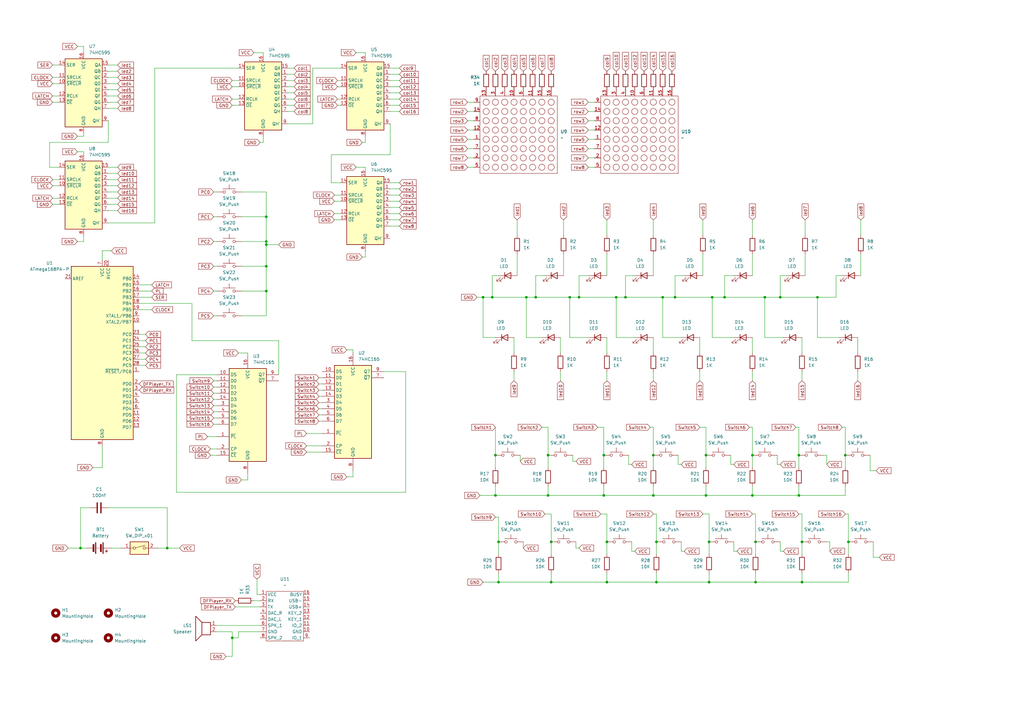
<source format=kicad_sch>
(kicad_sch (version 20250114) (generator "eeschema") (generator_version "9.0")
  (paper "A3")
  (junction (at 68.58 224.79))
  (junction (at 328.93 238.76))
  (junction (at 203.2 203.2))
  (junction (at 347.98 222.25))
  (junction (at 308.61 203.2))
  (junction (at 33.02 224.79))
  (junction (at 198.12 121.92))
  (junction (at 309.88 238.76))
  (junction (at 224.79 203.2))
  (junction (at 297.18 121.92))
  (junction (at 204.47 238.76))
  (junction (at 267.97 186.69))
  (junction (at 269.24 238.76))
  (junction (at 226.06 238.76))
  (junction (at 95.25 261.62))
  (junction (at 335.28 121.92))
  (junction (at 109.22 109.22))
  (junction (at 233.68 121.92))
  (junction (at 219.71 121.92))
  (junction (at 289.56 186.69))
  (junction (at 201.93 121.92))
  (junction (at 109.22 99.06))
  (junction (at 328.93 222.25))
  (junction (at 320.04 121.92))
  (junction (at 346.71 186.69))
  (junction (at 313.69 121.92))
  (junction (at 290.83 222.25))
  (junction (at 269.24 222.25))
  (junction (at 256.54 121.92))
  (junction (at 109.22 88.9))
  (junction (at 226.06 222.25))
  (junction (at 309.88 222.25))
  (junction (at 292.1 121.92))
  (junction (at 290.83 238.76))
  (junction (at 327.66 203.2))
  (junction (at 247.65 203.2))
  (junction (at 267.97 203.2))
  (junction (at 252.73 121.92))
  (junction (at 327.66 186.69))
  (junction (at 224.79 186.69))
  (junction (at 271.78 121.92))
  (junction (at 204.47 222.25))
  (junction (at 308.61 186.69))
  (junction (at 247.65 186.69))
  (junction (at 276.86 121.92))
  (junction (at 215.9 121.92))
  (junction (at 289.56 203.2))
  (junction (at 203.2 186.69))
  (junction (at 109.22 100.33))
  (junction (at 248.92 222.25))
  (junction (at 237.49 121.92))
  (junction (at 109.22 119.38))
  (junction (at 248.92 238.76))
  (wire (pts (xy 21.59 26.67) (xy 24.13 26.67)))
  (wire (pts (xy 31.75 55.88) (xy 34.29 55.88)))
  (wire (pts (xy 237.49 224.79) (xy 236.22 224.79)))
  (wire (pts (xy 128.27 27.94) (xy 139.7 27.94)))
  (wire (pts (xy 109.22 88.9) (xy 109.22 99.06)))
  (wire (pts (xy 118.11 45.72) (xy 120.65 45.72)))
  (wire (pts (xy 130.81 160.02) (xy 132.08 160.02)))
  (wire (pts (xy 92.71 269.24) (xy 95.25 269.24)))
  (wire (pts (xy 201.93 121.92) (xy 215.9 121.92)))
  (wire (pts (xy 63.5 27.94) (xy 97.79 27.94)))
  (wire (pts (xy 166.37 152.4) (xy 166.37 201.93)))
  (wire (pts (xy 318.77 190.5) (xy 320.04 190.5)))
  (wire (pts (xy 203.2 203.2) (xy 224.79 203.2)))
  (wire (pts (xy 339.09 190.5) (xy 339.09 186.69)))
  (wire (pts (xy 44.45 26.67) (xy 48.26 26.67)))
  (wire (pts (xy 191.77 53.34) (xy 194.31 53.34)))
  (wire (pts (xy 353.06 90.17) (xy 353.06 96.52)))
  (wire (pts (xy 210.82 156.21) (xy 210.82 152.4)))
  (wire (pts (xy 300.99 113.03) (xy 297.18 113.03)))
  (wire (pts (xy 327.66 203.2) (xy 346.71 203.2)))
  (wire (pts (xy 95.25 269.24) (xy 95.25 261.62)))
  (wire (pts (xy 269.24 222.25) (xy 269.24 227.33)))
  (wire (pts (xy 44.45 81.28) (xy 48.26 81.28)))
  (wire (pts (xy 149.86 105.41) (xy 149.86 102.87)))
  (wire (pts (xy 330.2 90.17) (xy 330.2 96.52)))
  (wire (pts (xy 130.81 162.56) (xy 132.08 162.56)))
  (wire (pts (xy 21.59 31.75) (xy 24.13 31.75)))
  (wire (pts (xy 142.24 143.51) (xy 144.78 143.51)))
  (wire (pts (xy 267.97 156.21) (xy 267.97 152.4)))
  (wire (pts (xy 34.29 62.23) (xy 34.29 63.5)))
  (wire (pts (xy 241.3 57.15) (xy 243.84 57.15)))
  (wire (pts (xy 288.29 90.17) (xy 288.29 96.52)))
  (wire (pts (xy 346.71 175.26) (xy 346.71 186.69)))
  (wire (pts (xy 160.02 77.47) (xy 163.83 77.47)))
  (wire (pts (xy 72.39 201.93) (xy 72.39 153.67)))
  (wire (pts (xy 201.93 113.03) (xy 201.93 121.92)))
  (wire (pts (xy 247.65 199.39) (xy 247.65 203.2)))
  (wire (pts (xy 215.9 138.43) (xy 215.9 121.92)))
  (wire (pts (xy 241.3 53.34) (xy 243.84 53.34)))
  (wire (pts (xy 44.45 36.83) (xy 48.26 36.83)))
  (wire (pts (xy 231.14 104.14) (xy 231.14 113.03)))
  (wire (pts (xy 269.24 210.82) (xy 269.24 222.25)))
  (wire (pts (xy 137.16 80.01) (xy 139.7 80.01)))
  (wire (pts (xy 236.22 224.79) (xy 236.22 222.25)))
  (wire (pts (xy 160.02 50.8) (xy 160.02 63.5)))
  (wire (pts (xy 196.85 203.2) (xy 203.2 203.2)))
  (wire (pts (xy 87.63 166.37) (xy 88.9 166.37)))
  (wire (pts (xy 99.06 129.54) (xy 109.22 129.54)))
  (wire (pts (xy 63.5 91.44) (xy 63.5 27.94)))
  (wire (pts (xy 260.35 113.03) (xy 256.54 113.03)))
  (wire (pts (xy 308.61 175.26) (xy 308.61 186.69)))
  (wire (pts (xy 345.44 175.26) (xy 346.71 175.26)))
  (wire (pts (xy 203.2 199.39) (xy 203.2 203.2)))
  (wire (pts (xy 203.2 212.09) (xy 204.47 212.09)))
  (wire (pts (xy 241.3 64.77) (xy 243.84 64.77)))
  (wire (pts (xy 248.92 138.43) (xy 248.92 144.78)))
  (wire (pts (xy 21.59 81.28) (xy 24.13 81.28)))
  (wire (pts (xy 99.06 119.38) (xy 109.22 119.38)))
  (wire (pts (xy 144.78 143.51) (xy 144.78 144.78)))
  (wire (pts (xy 148.59 105.41) (xy 149.86 105.41)))
  (wire (pts (xy 276.86 113.03) (xy 276.86 121.92)))
  (wire (pts (xy 290.83 238.76) (xy 309.88 238.76)))
  (wire (pts (xy 226.06 210.82) (xy 226.06 222.25)))
  (wire (pts (xy 231.14 90.17) (xy 231.14 96.52)))
  (wire (pts (xy 226.06 222.25) (xy 226.06 227.33)))
  (wire (pts (xy 320.04 121.92) (xy 335.28 121.92)))
  (wire (pts (xy 204.47 234.95) (xy 204.47 238.76)))
  (wire (pts (xy 259.08 226.06) (xy 259.08 222.25)))
  (wire (pts (xy 260.35 226.06) (xy 259.08 226.06)))
  (wire (pts (xy 292.1 121.92) (xy 297.18 121.92)))
  (wire (pts (xy 125.73 177.8) (xy 132.08 177.8)))
  (wire (pts (xy 247.65 203.2) (xy 267.97 203.2)))
  (wire (pts (xy 330.2 104.14) (xy 330.2 113.03)))
  (wire (pts (xy 86.36 186.69) (xy 88.9 186.69)))
  (wire (pts (xy 269.24 238.76) (xy 290.83 238.76)))
  (wire (pts (xy 138.43 35.56) (xy 139.7 35.56)))
  (wire (pts (xy 21.59 39.37) (xy 24.13 39.37)))
  (wire (pts (xy 326.39 175.26) (xy 327.66 175.26)))
  (wire (pts (xy 346.71 199.39) (xy 346.71 203.2)))
  (wire (pts (xy 128.27 50.8) (xy 128.27 27.94)))
  (wire (pts (xy 359.41 193.04) (xy 356.87 193.04)))
  (wire (pts (xy 248.92 234.95) (xy 248.92 238.76)))
  (wire (pts (xy 87.63 78.74) (xy 88.9 78.74)))
  (wire (pts (xy 57.15 147.32) (xy 59.69 147.32)))
  (wire (pts (xy 107.95 21.59) (xy 107.95 22.86)))
  (wire (pts (xy 109.22 119.38) (xy 109.22 109.22)))
  (wire (pts (xy 109.22 100.33) (xy 114.3 100.33)))
  (wire (pts (xy 45.72 224.79) (xy 49.53 224.79)))
  (wire (pts (xy 288.29 210.82) (xy 290.83 210.82)))
  (wire (pts (xy 267.97 203.2) (xy 289.56 203.2)))
  (wire (pts (xy 290.83 222.25) (xy 290.83 227.33)))
  (wire (pts (xy 160.02 43.18) (xy 163.83 43.18)))
  (wire (pts (xy 210.82 138.43) (xy 210.82 144.78)))
  (wire (pts (xy 57.15 149.86) (xy 59.69 149.86)))
  (wire (pts (xy 87.63 156.21) (xy 88.9 156.21)))
  (wire (pts (xy 259.08 190.5) (xy 257.81 190.5)))
  (wire (pts (xy 44.45 76.2) (xy 48.26 76.2)))
  (wire (pts (xy 44.45 78.74) (xy 48.26 78.74)))
  (wire (pts (xy 88.9 256.54) (xy 106.68 256.54)))
  (wire (pts (xy 96.52 248.92) (xy 106.68 248.92)))
  (wire (pts (xy 260.35 138.43) (xy 252.73 138.43)))
  (wire (pts (xy 160.02 85.09) (xy 163.83 85.09)))
  (wire (pts (xy 33.02 224.79) (xy 35.56 224.79)))
  (wire (pts (xy 160.02 30.48) (xy 163.83 30.48)))
  (wire (pts (xy 44.45 68.58) (xy 48.26 68.58)))
  (wire (pts (xy 191.77 68.58) (xy 194.31 68.58)))
  (wire (pts (xy 351.79 156.21) (xy 351.79 152.4)))
  (wire (pts (xy 160.02 87.63) (xy 163.83 87.63)))
  (wire (pts (xy 34.29 19.05) (xy 34.29 21.59)))
  (wire (pts (xy 149.86 68.58) (xy 149.86 69.85)))
  (wire (pts (xy 248.92 156.21) (xy 248.92 152.4)))
  (wire (pts (xy 130.81 172.72) (xy 132.08 172.72)))
  (wire (pts (xy 327.66 210.82) (xy 328.93 210.82)))
  (wire (pts (xy 87.63 129.54) (xy 88.9 129.54)))
  (wire (pts (xy 95.25 33.02) (xy 97.79 33.02)))
  (wire (pts (xy 130.81 165.1) (xy 132.08 165.1)))
  (wire (pts (xy 219.71 121.92) (xy 233.68 121.92)))
  (wire (pts (xy 248.92 238.76) (xy 269.24 238.76)))
  (wire (pts (xy 279.4 226.06) (xy 280.67 226.06)))
  (wire (pts (xy 21.59 34.29) (xy 24.13 34.29)))
  (wire (pts (xy 222.25 175.26) (xy 224.79 175.26)))
  (wire (pts (xy 64.77 224.79) (xy 68.58 224.79)))
  (wire (pts (xy 87.63 88.9) (xy 88.9 88.9)))
  (wire (pts (xy 204.47 222.25) (xy 204.47 227.33)))
  (wire (pts (xy 44.45 208.28) (xy 68.58 208.28)))
  (wire (pts (xy 118.11 30.48) (xy 120.65 30.48)))
  (wire (pts (xy 224.79 186.69) (xy 224.79 191.77)))
  (wire (pts (xy 287.02 175.26) (xy 289.56 175.26)))
  (wire (pts (xy 105.41 237.49) (xy 105.41 243.84)))
  (wire (pts (xy 130.81 154.94) (xy 132.08 154.94)))
  (wire (pts (xy 237.49 121.92) (xy 252.73 121.92)))
  (wire (pts (xy 327.66 199.39) (xy 327.66 203.2)))
  (wire (pts (xy 320.04 226.06) (xy 320.04 222.25)))
  (wire (pts (xy 267.97 138.43) (xy 267.97 144.78)))
  (wire (pts (xy 20.32 68.58) (xy 24.13 68.58)))
  (wire (pts (xy 114.3 153.67) (xy 114.3 139.7)))
  (wire (pts (xy 212.09 104.14) (xy 212.09 113.03)))
  (wire (pts (xy 106.68 58.42) (xy 107.95 58.42)))
  (wire (pts (xy 31.75 99.06) (xy 34.29 99.06)))
  (wire (pts (xy 353.06 104.14) (xy 353.06 113.03)))
  (wire (pts (xy 99.06 78.74) (xy 109.22 78.74)))
  (wire (pts (xy 198.12 138.43) (xy 198.12 121.92)))
  (wire (pts (xy 118.11 38.1) (xy 120.65 38.1)))
  (wire (pts (xy 212.09 90.17) (xy 212.09 96.52)))
  (wire (pts (xy 31.75 19.05) (xy 34.29 19.05)))
  (wire (pts (xy 289.56 199.39) (xy 289.56 203.2)))
  (wire (pts (xy 340.36 222.25) (xy 339.09 222.25)))
  (wire (pts (xy 105.41 243.84) (xy 106.68 243.84)))
  (wire (pts (xy 109.22 129.54) (xy 109.22 119.38)))
  (wire (pts (xy 203.2 186.69) (xy 203.2 191.77)))
  (wire (pts (xy 57.15 142.24) (xy 59.69 142.24)))
  (wire (pts (xy 41.91 102.87) (xy 41.91 106.68)))
  (wire (pts (xy 234.95 189.23) (xy 234.95 186.69)))
  (wire (pts (xy 308.61 186.69) (xy 308.61 191.77)))
  (wire (pts (xy 31.75 62.23) (xy 34.29 62.23)))
  (wire (pts (xy 138.43 33.02) (xy 139.7 33.02)))
  (wire (pts (xy 45.72 102.87) (xy 41.91 102.87)))
  (wire (pts (xy 95.25 40.64) (xy 97.79 40.64)))
  (wire (pts (xy 256.54 121.92) (xy 271.78 121.92)))
  (wire (pts (xy 160.02 74.93) (xy 163.83 74.93)))
  (wire (pts (xy 146.05 21.59) (xy 149.86 21.59)))
  (wire (pts (xy 86.36 184.15) (xy 88.9 184.15)))
  (wire (pts (xy 245.11 175.26) (xy 247.65 175.26)))
  (wire (pts (xy 347.98 210.82) (xy 347.98 222.25)))
  (wire (pts (xy 308.61 90.17) (xy 308.61 96.52)))
  (wire (pts (xy 109.22 109.22) (xy 109.22 100.33)))
  (wire (pts (xy 41.91 191.77) (xy 41.91 182.88)))
  (wire (pts (xy 87.63 99.06) (xy 88.9 99.06)))
  (wire (pts (xy 130.81 170.18) (xy 132.08 170.18)))
  (wire (pts (xy 104.14 246.38) (xy 106.68 246.38)))
  (wire (pts (xy 125.73 182.88) (xy 132.08 182.88)))
  (wire (pts (xy 321.31 138.43) (xy 313.69 138.43)))
  (wire (pts (xy 320.04 226.06) (xy 321.31 226.06)))
  (wire (pts (xy 271.78 121.92) (xy 276.86 121.92)))
  (wire (pts (xy 87.63 109.22) (xy 88.9 109.22)))
  (wire (pts (xy 278.13 190.5) (xy 278.13 186.69)))
  (wire (pts (xy 328.93 156.21) (xy 328.93 152.4)))
  (wire (pts (xy 256.54 113.03) (xy 256.54 121.92)))
  (wire (pts (xy 118.11 43.18) (xy 120.65 43.18)))
  (wire (pts (xy 300.99 226.06) (xy 300.99 222.25)))
  (wire (pts (xy 87.63 158.75) (xy 88.9 158.75)))
  (wire (pts (xy 287.02 138.43) (xy 287.02 144.78)))
  (wire (pts (xy 97.79 261.62) (xy 95.25 261.62)))
  (wire (pts (xy 118.11 40.64) (xy 120.65 40.64)))
  (wire (pts (xy 346.71 210.82) (xy 347.98 210.82)))
  (wire (pts (xy 191.77 45.72) (xy 194.31 45.72)))
  (wire (pts (xy 125.73 185.42) (xy 132.08 185.42)))
  (wire (pts (xy 118.11 35.56) (xy 120.65 35.56)))
  (wire (pts (xy 160.02 27.94) (xy 163.83 27.94)))
  (wire (pts (xy 267.97 186.69) (xy 267.97 191.77)))
  (wire (pts (xy 308.61 138.43) (xy 308.61 144.78)))
  (wire (pts (xy 223.52 113.03) (xy 219.71 113.03)))
  (wire (pts (xy 247.65 175.26) (xy 247.65 186.69)))
  (wire (pts (xy 137.16 90.17) (xy 139.7 90.17)))
  (wire (pts (xy 95.25 35.56) (xy 97.79 35.56)))
  (wire (pts (xy 149.86 58.42) (xy 149.86 55.88)))
  (wire (pts (xy 344.17 138.43) (xy 335.28 138.43)))
  (wire (pts (xy 78.74 124.46) (xy 57.15 124.46)))
  (wire (pts (xy 21.59 73.66) (xy 24.13 73.66)))
  (wire (pts (xy 280.67 113.03) (xy 276.86 113.03)))
  (wire (pts (xy 44.45 73.66) (xy 48.26 73.66)))
  (wire (pts (xy 87.63 119.38) (xy 88.9 119.38)))
  (wire (pts (xy 297.18 121.92) (xy 313.69 121.92)))
  (wire (pts (xy 44.45 49.53) (xy 44.45 58.42)))
  (wire (pts (xy 224.79 175.26) (xy 224.79 186.69)))
  (wire (pts (xy 342.9 113.03) (xy 345.44 113.03)))
  (wire (pts (xy 267.97 104.14) (xy 267.97 113.03)))
  (wire (pts (xy 44.45 91.44) (xy 63.5 91.44)))
  (wire (pts (xy 34.29 99.06) (xy 34.29 96.52)))
  (wire (pts (xy 340.36 226.06) (xy 340.36 222.25)))
  (wire (pts (xy 160.02 40.64) (xy 163.83 40.64)))
  (wire (pts (xy 297.18 113.03) (xy 297.18 121.92)))
  (wire (pts (xy 204.47 212.09) (xy 204.47 222.25)))
  (wire (pts (xy 160.02 90.17) (xy 163.83 90.17)))
  (wire (pts (xy 160.02 45.72) (xy 163.83 45.72)))
  (wire (pts (xy 142.24 195.58) (xy 144.78 195.58)))
  (wire (pts (xy 27.94 224.79) (xy 33.02 224.79)))
  (wire (pts (xy 226.06 238.76) (xy 248.92 238.76)))
  (wire (pts (xy 327.66 175.26) (xy 327.66 186.69)))
  (wire (pts (xy 308.61 210.82) (xy 309.88 210.82)))
  (wire (pts (xy 191.77 57.15) (xy 194.31 57.15)))
  (wire (pts (xy 191.77 64.77) (xy 194.31 64.77)))
  (wire (pts (xy 309.88 222.25) (xy 309.88 227.33)))
  (wire (pts (xy 135.89 63.5) (xy 135.89 74.93)))
  (wire (pts (xy 95.25 43.18) (xy 97.79 43.18)))
  (wire (pts (xy 101.6 144.78) (xy 101.6 146.05)))
  (wire (pts (xy 44.45 58.42) (xy 20.32 58.42)))
  (wire (pts (xy 148.59 58.42) (xy 149.86 58.42)))
  (wire (pts (xy 237.49 113.03) (xy 237.49 121.92)))
  (wire (pts (xy 328.93 138.43) (xy 328.93 144.78)))
  (wire (pts (xy 347.98 234.95) (xy 347.98 238.76)))
  (wire (pts (xy 57.15 139.7) (xy 59.69 139.7)))
  (wire (pts (xy 198.12 238.76) (xy 204.47 238.76)))
  (wire (pts (xy 288.29 104.14) (xy 288.29 113.03)))
  (wire (pts (xy 160.02 82.55) (xy 163.83 82.55)))
  (wire (pts (xy 248.92 210.82) (xy 248.92 222.25)))
  (wire (pts (xy 289.56 175.26) (xy 289.56 186.69)))
  (wire (pts (xy 68.58 208.28) (xy 68.58 224.79)))
  (wire (pts (xy 322.58 113.03) (xy 320.04 113.03)))
  (wire (pts (xy 130.81 157.48) (xy 132.08 157.48)))
  (wire (pts (xy 328.93 210.82) (xy 328.93 222.25)))
  (wire (pts (xy 34.29 55.88) (xy 34.29 54.61)))
  (wire (pts (xy 248.92 104.14) (xy 248.92 113.03)))
  (wire (pts (xy 95.25 259.08) (xy 88.9 259.08)))
  (wire (pts (xy 57.15 121.92) (xy 62.23 121.92)))
  (wire (pts (xy 318.77 190.5) (xy 318.77 186.69)))
  (wire (pts (xy 335.28 121.92) (xy 342.9 121.92)))
  (wire (pts (xy 135.89 74.93) (xy 139.7 74.93)))
  (wire (pts (xy 308.61 199.39) (xy 308.61 203.2)))
  (wire (pts (xy 44.45 34.29) (xy 48.26 34.29)))
  (wire (pts (xy 290.83 234.95) (xy 290.83 238.76)))
  (wire (pts (xy 160.02 92.71) (xy 163.83 92.71)))
  (wire (pts (xy 204.47 238.76) (xy 226.06 238.76)))
  (wire (pts (xy 224.79 203.2) (xy 247.65 203.2)))
  (wire (pts (xy 203.2 175.26) (xy 203.2 186.69)))
  (wire (pts (xy 21.59 41.91) (xy 24.13 41.91)))
  (wire (pts (xy 246.38 210.82) (xy 248.92 210.82)))
  (wire (pts (xy 138.43 43.18) (xy 139.7 43.18)))
  (wire (pts (xy 335.28 138.43) (xy 335.28 121.92)))
  (wire (pts (xy 21.59 76.2) (xy 24.13 76.2)))
  (wire (pts (xy 157.48 152.4) (xy 166.37 152.4)))
  (wire (pts (xy 191.77 49.53) (xy 194.31 49.53)))
  (wire (pts (xy 33.02 208.28) (xy 33.02 224.79)))
  (wire (pts (xy 85.09 179.07) (xy 88.9 179.07)))
  (wire (pts (xy 101.6 196.85) (xy 101.6 194.31)))
  (wire (pts (xy 308.61 104.14) (xy 308.61 113.03)))
  (wire (pts (xy 339.09 186.69) (xy 337.82 186.69)))
  (wire (pts (xy 215.9 121.92) (xy 219.71 121.92)))
  (wire (pts (xy 358.14 228.6) (xy 358.14 222.25)))
  (wire (pts (xy 271.78 138.43) (xy 271.78 121.92)))
  (wire (pts (xy 299.72 190.5) (xy 299.72 186.69)))
  (wire (pts (xy 107.95 58.42) (xy 107.95 55.88)))
  (wire (pts (xy 203.2 138.43) (xy 198.12 138.43)))
  (wire (pts (xy 287.02 156.21) (xy 287.02 152.4)))
  (wire (pts (xy 68.58 224.79) (xy 73.66 224.79)))
  (wire (pts (xy 57.15 119.38) (xy 62.23 119.38)))
  (wire (pts (xy 72.39 153.67) (xy 88.9 153.67)))
  (wire (pts (xy 252.73 121.92) (xy 256.54 121.92)))
  (wire (pts (xy 241.3 49.53) (xy 243.84 49.53)))
  (wire (pts (xy 279.4 226.06) (xy 279.4 222.25)))
  (wire (pts (xy 241.3 68.58) (xy 243.84 68.58)))
  (wire (pts (xy 347.98 222.25) (xy 347.98 227.33)))
  (wire (pts (xy 223.52 210.82) (xy 226.06 210.82)))
  (wire (pts (xy 247.65 186.69) (xy 247.65 191.77)))
  (wire (pts (xy 292.1 138.43) (xy 292.1 121.92)))
  (wire (pts (xy 160.02 38.1) (xy 163.83 38.1)))
  (wire (pts (xy 241.3 41.91) (xy 243.84 41.91)))
  (wire (pts (xy 99.06 109.22) (xy 109.22 109.22)))
  (wire (pts (xy 44.45 31.75) (xy 48.26 31.75)))
  (wire (pts (xy 229.87 156.21) (xy 229.87 152.4)))
  (wire (pts (xy 44.45 86.36) (xy 48.26 86.36)))
  (wire (pts (xy 166.37 201.93) (xy 72.39 201.93)))
  (wire (pts (xy 87.63 173.99) (xy 88.9 173.99)))
  (wire (pts (xy 300.99 226.06) (xy 302.26 226.06)))
  (wire (pts (xy 278.13 190.5) (xy 279.4 190.5)))
  (wire (pts (xy 289.56 186.69) (xy 289.56 191.77)))
  (wire (pts (xy 328.93 234.95) (xy 328.93 238.76)))
  (wire (pts (xy 78.74 139.7) (xy 78.74 124.46)))
  (wire (pts (xy 360.68 228.6) (xy 358.14 228.6)))
  (wire (pts (xy 214.63 224.79) (xy 214.63 222.25)))
  (wire (pts (xy 44.45 39.37) (xy 48.26 39.37)))
  (wire (pts (xy 97.79 144.78) (xy 101.6 144.78)))
  (wire (pts (xy 328.93 238.76) (xy 347.98 238.76)))
  (wire (pts (xy 226.06 234.95) (xy 226.06 238.76)))
  (wire (pts (xy 233.68 138.43) (xy 233.68 121.92)))
  (wire (pts (xy 267.97 175.26) (xy 267.97 186.69)))
  (wire (pts (xy 160.02 35.56) (xy 163.83 35.56)))
  (wire (pts (xy 313.69 138.43) (xy 313.69 121.92)))
  (wire (pts (xy 195.58 121.92) (xy 198.12 121.92)))
  (wire (pts (xy 149.86 21.59) (xy 149.86 22.86)))
  (wire (pts (xy 224.79 199.39) (xy 224.79 203.2)))
  (wire (pts (xy 36.83 208.28) (xy 33.02 208.28)))
  (wire (pts (xy 160.02 33.02) (xy 163.83 33.02)))
  (wire (pts (xy 320.04 113.03) (xy 320.04 121.92)))
  (wire (pts (xy 144.78 195.58) (xy 144.78 193.04)))
  (wire (pts (xy 44.45 83.82) (xy 48.26 83.82)))
  (wire (pts (xy 57.15 127) (xy 62.23 127)))
  (wire (pts (xy 267.97 199.39) (xy 267.97 203.2)))
  (wire (pts (xy 130.81 167.64) (xy 132.08 167.64)))
  (wire (pts (xy 57.15 137.16) (xy 59.69 137.16)))
  (wire (pts (xy 160.02 80.01) (xy 163.83 80.01)))
  (wire (pts (xy 248.92 90.17) (xy 248.92 96.52)))
  (wire (pts (xy 118.11 33.02) (xy 120.65 33.02)))
  (wire (pts (xy 99.06 196.85) (xy 101.6 196.85)))
  (wire (pts (xy 328.93 222.25) (xy 328.93 227.33)))
  (wire (pts (xy 97.79 259.08) (xy 97.79 261.62)))
  (wire (pts (xy 160.02 63.5) (xy 135.89 63.5)))
  (wire (pts (xy 327.66 186.69) (xy 327.66 191.77)))
  (wire (pts (xy 289.56 203.2) (xy 308.61 203.2)))
  (wire (pts (xy 241.3 138.43) (xy 233.68 138.43)))
  (wire (pts (xy 109.22 78.74) (xy 109.22 88.9)))
  (wire (pts (xy 57.15 144.78) (xy 59.69 144.78)))
  (wire (pts (xy 87.63 171.45) (xy 88.9 171.45)))
  (wire (pts (xy 118.11 27.94) (xy 120.65 27.94)))
  (wire (pts (xy 104.14 21.59) (xy 107.95 21.59)))
  (wire (pts (xy 233.68 121.92) (xy 237.49 121.92)))
  (wire (pts (xy 257.81 190.5) (xy 257.81 186.69)))
  (wire (pts (xy 309.88 210.82) (xy 309.88 222.25)))
  (wire (pts (xy 308.61 203.2) (xy 327.66 203.2)))
  (wire (pts (xy 248.92 222.25) (xy 248.92 227.33)))
  (wire (pts (xy 241.3 45.72) (xy 243.84 45.72)))
  (wire (pts (xy 279.4 138.43) (xy 271.78 138.43)))
  (wire (pts (xy 114.3 139.7) (xy 78.74 139.7)))
  (wire (pts (xy 356.87 193.04) (xy 356.87 186.69)))
  (wire (pts (xy 198.12 121.92) (xy 201.93 121.92)))
  (wire (pts (xy 222.25 138.43) (xy 215.9 138.43)))
  (wire (pts (xy 308.61 156.21) (xy 308.61 152.4)))
  (wire (pts (xy 44.45 44.45) (xy 48.26 44.45)))
  (wire (pts (xy 309.88 234.95) (xy 309.88 238.76)))
  (wire (pts (xy 300.99 138.43) (xy 292.1 138.43)))
  (wire (pts (xy 137.16 87.63) (xy 139.7 87.63)))
  (wire (pts (xy 267.97 90.17) (xy 267.97 96.52)))
  (wire (pts (xy 299.72 190.5) (xy 300.99 190.5)))
  (wire (pts (xy 87.63 168.91) (xy 88.9 168.91)))
  (wire (pts (xy 21.59 83.82) (xy 24.13 83.82)))
  (wire (pts (xy 266.7 175.26) (xy 267.97 175.26)))
  (wire (pts (xy 137.16 82.55) (xy 139.7 82.55)))
  (wire (pts (xy 290.83 210.82) (xy 290.83 222.25)))
  (wire (pts (xy 87.63 161.29) (xy 88.9 161.29)))
  (wire (pts (xy 106.68 259.08) (xy 97.79 259.08)))
  (wire (pts (xy 44.45 41.91) (xy 48.26 41.91)))
  (wire (pts (xy 276.86 121.92) (xy 292.1 121.92)))
  (wire (pts (xy 95.25 261.62) (xy 95.25 259.08)))
  (wire (pts (xy 38.1 191.77) (xy 41.91 191.77)))
  (wire (pts (xy 191.77 60.96) (xy 194.31 60.96)))
  (wire (pts (xy 309.88 238.76) (xy 328.93 238.76)))
  (wire (pts (xy 241.3 60.96) (xy 243.84 60.96)))
  (wire (pts (xy 44.45 71.12) (xy 48.26 71.12)))
  (wire (pts (xy 204.47 113.03) (xy 201.93 113.03)))
  (wire (pts (xy 252.73 138.43) (xy 252.73 121.92)))
  (wire (pts (xy 99.06 99.06) (xy 109.22 99.06)))
  (wire (pts (xy 146.05 68.58) (xy 149.86 68.58)))
  (wire (pts (xy 313.69 121.92) (xy 320.04 121.92)))
  (wire (pts (xy 44.45 29.21) (xy 48.26 29.21)))
  (wire (pts (xy 346.71 186.69) (xy 346.71 191.77)))
  (wire (pts (xy 241.3 113.03) (xy 237.49 113.03)))
  (wire (pts (xy 213.36 189.23) (xy 213.36 186.69)))
  (wire (pts (xy 351.79 138.43) (xy 351.79 144.78)))
  (wire (pts (xy 57.15 116.84) (xy 62.23 116.84)))
  (wire (pts (xy 118.11 50.8) (xy 128.27 50.8)))
  (wire (pts (xy 138.43 40.64) (xy 139.7 40.64)))
  (wire (pts (xy 342.9 121.92) (xy 342.9 113.03)))
  (wire (pts (xy 267.97 210.82) (xy 269.24 210.82)))
  (wire (pts (xy 307.34 175.26) (xy 308.61 175.26)))
  (wire (pts (xy 229.87 138.43) (xy 229.87 144.78)))
  (wire (pts (xy 269.24 234.95) (xy 269.24 238.76)))
  (wire (pts (xy 99.06 88.9) (xy 109.22 88.9)))
  (wire (pts (xy 236.22 189.23) (xy 234.95 189.23)))
  (wire (pts (xy 20.32 58.42) (xy 20.32 68.58)))
  (wire (pts (xy 109.22 99.06) (xy 109.22 100.33)))
  (wire (pts (xy 87.63 163.83) (xy 88.9 163.83)))
  (wire (pts (xy 219.71 113.03) (xy 219.71 121.92)))
  (wire (pts (xy 191.77 41.91) (xy 194.31 41.91)))
  (global_label "col2" (shape input) (at 203.2 29.21 90) (property "Intersheetrefs" "${INTERSHEET_REFS}" (effects (hide yes))))
  (global_label "GND" (shape input) (at 106.68 58.42 180) (property "Intersheetrefs" "${INTERSHEET_REFS}" (effects (hide yes))))
  (global_label "GND" (shape input) (at 31.75 55.88 180) (property "Intersheetrefs" "${INTERSHEET_REFS}" (effects (hide yes))))
  (global_label "DFPlayer_TX" (shape input) (at 57.15 157.48 0) (property "Intersheetrefs" "${INTERSHEET_REFS}" (effects (hide yes))))
  (global_label "row1" (shape input) (at 241.3 41.91 180) (property "Intersheetrefs" "${INTERSHEET_REFS}" (effects (hide yes))))
  (global_label "row7" (shape input) (at 163.83 90.17 0) (property "Intersheetrefs" "${INTERSHEET_REFS}" (effects (hide yes))))
  (global_label "LATCH" (shape input) (at 62.23 116.84 0) (property "Intersheetrefs" "${INTERSHEET_REFS}" (effects (hide yes))))
  (global_label "led3" (shape input) (at 48.26 31.75 0) (property "Intersheetrefs" "${INTERSHEET_REFS}" (effects (hide yes))))
  (global_label "led10" (shape input) (at 48.26 71.12 0) (property "Intersheetrefs" "${INTERSHEET_REFS}" (effects (hide yes))))
  (global_label "VCC" (shape input) (at 259.08 190.5 0) (property "Intersheetrefs" "${INTERSHEET_REFS}" (effects (hide yes))))
  (global_label "DFPlayer_RX" (shape input) (at 57.15 160.02 0) (property "Intersheetrefs" "${INTERSHEET_REFS}" (effects (hide yes))))
  (global_label "row2" (shape input) (at 241.3 45.72 180) (property "Intersheetrefs" "${INTERSHEET_REFS}" (effects (hide yes))))
  (global_label "led2" (shape input) (at 231.14 90.17 90) (property "Intersheetrefs" "${INTERSHEET_REFS}" (effects (hide yes))))
  (global_label "GND" (shape input) (at 21.59 83.82 180) (property "Intersheetrefs" "${INTERSHEET_REFS}" (effects (hide yes))))
  (global_label "Switch3" (shape input) (at 130.81 160.02 180) (property "Intersheetrefs" "${INTERSHEET_REFS}" (effects (hide yes))))
  (global_label "Switch13" (shape input) (at 288.29 210.82 180) (property "Intersheetrefs" "${INTERSHEET_REFS}" (effects (hide yes))))
  (global_label "col4" (shape input) (at 210.82 29.21 90) (property "Intersheetrefs" "${INTERSHEET_REFS}" (effects (hide yes))))
  (global_label "row3" (shape input) (at 163.83 80.01 0) (property "Intersheetrefs" "${INTERSHEET_REFS}" (effects (hide yes))))
  (global_label "col16" (shape input) (at 163.83 45.72 0) (property "Intersheetrefs" "${INTERSHEET_REFS}" (effects (hide yes))))
  (global_label "col11" (shape input) (at 256.54 29.21 90) (property "Intersheetrefs" "${INTERSHEET_REFS}" (effects (hide yes))))
  (global_label "PL" (shape input) (at 85.09 179.07 180) (property "Intersheetrefs" "${INTERSHEET_REFS}" (effects (hide yes))))
  (global_label "row8" (shape input) (at 241.3 68.58 180) (property "Intersheetrefs" "${INTERSHEET_REFS}" (effects (hide yes))))
  (global_label "VCC" (shape input) (at 339.09 190.5 0) (property "Intersheetrefs" "${INTERSHEET_REFS}" (effects (hide yes))))
  (global_label "Switch9" (shape input) (at 87.63 156.21 180) (property "Intersheetrefs" "${INTERSHEET_REFS}" (effects (hide yes))))
  (global_label "VCC" (shape input) (at 213.36 189.23 0) (property "Intersheetrefs" "${INTERSHEET_REFS}" (effects (hide yes))))
  (global_label "Switch1" (shape input) (at 130.81 154.94 180) (property "Intersheetrefs" "${INTERSHEET_REFS}" (effects (hide yes))))
  (global_label "LATCH" (shape input) (at 21.59 39.37 180) (property "Intersheetrefs" "${INTERSHEET_REFS}" (effects (hide yes))))
  (global_label "VCC" (shape input) (at 105.41 237.49 90) (property "Intersheetrefs" "${INTERSHEET_REFS}" (effects (hide yes))))
  (global_label "GND" (shape input) (at 114.3 100.33 0) (property "Intersheetrefs" "${INTERSHEET_REFS}" (effects (hide yes))))
  (global_label "led15" (shape input) (at 48.26 83.82 0) (property "Intersheetrefs" "${INTERSHEET_REFS}" (effects (hide yes))))
  (global_label "led14" (shape input) (at 48.26 81.28 0) (property "Intersheetrefs" "${INTERSHEET_REFS}" (effects (hide yes))))
  (global_label "led6" (shape input) (at 48.26 39.37 0) (property "Intersheetrefs" "${INTERSHEET_REFS}" (effects (hide yes))))
  (global_label "GND" (shape input) (at 142.24 195.58 180) (property "Intersheetrefs" "${INTERSHEET_REFS}" (effects (hide yes))))
  (global_label "CLOCK" (shape input) (at 86.36 184.15 180) (property "Intersheetrefs" "${INTERSHEET_REFS}" (effects (hide yes))))
  (global_label "led11" (shape input) (at 248.92 156.21 270) (property "Intersheetrefs" "${INTERSHEET_REFS}" (effects (hide yes))))
  (global_label "GND" (shape input) (at 92.71 269.24 180) (property "Intersheetrefs" "${INTERSHEET_REFS}" (effects (hide yes))))
  (global_label "col7" (shape input) (at 120.65 43.18 0) (property "Intersheetrefs" "${INTERSHEET_REFS}" (effects (hide yes))))
  (global_label "row5" (shape input) (at 163.83 85.09 0) (property "Intersheetrefs" "${INTERSHEET_REFS}" (effects (hide yes))))
  (global_label "row5" (shape input) (at 241.3 57.15 180) (property "Intersheetrefs" "${INTERSHEET_REFS}" (effects (hide yes))))
  (global_label "LATCH" (shape input) (at 21.59 81.28 180) (property "Intersheetrefs" "${INTERSHEET_REFS}" (effects (hide yes))))
  (global_label "col8" (shape input) (at 120.65 45.72 0) (property "Intersheetrefs" "${INTERSHEET_REFS}" (effects (hide yes))))
  (global_label "col6" (shape input) (at 120.65 40.64 0) (property "Intersheetrefs" "${INTERSHEET_REFS}" (effects (hide yes))))
  (global_label "led8" (shape input) (at 48.26 44.45 0) (property "Intersheetrefs" "${INTERSHEET_REFS}" (effects (hide yes))))
  (global_label "row6" (shape input) (at 241.3 60.96 180) (property "Intersheetrefs" "${INTERSHEET_REFS}" (effects (hide yes))))
  (global_label "Switch8" (shape input) (at 130.81 172.72 180) (property "Intersheetrefs" "${INTERSHEET_REFS}" (effects (hide yes))))
  (global_label "CLOCK" (shape input) (at 125.73 182.88 180) (property "Intersheetrefs" "${INTERSHEET_REFS}" (effects (hide yes))))
  (global_label "led1" (shape input) (at 48.26 26.67 0) (property "Intersheetrefs" "${INTERSHEET_REFS}" (effects (hide yes))))
  (global_label "row8" (shape input) (at 163.83 92.71 0) (property "Intersheetrefs" "${INTERSHEET_REFS}" (effects (hide yes))))
  (global_label "VCC" (shape input) (at 360.68 228.6 0) (property "Intersheetrefs" "${INTERSHEET_REFS}" (effects (hide yes))))
  (global_label "col5" (shape input) (at 214.63 29.21 90) (property "Intersheetrefs" "${INTERSHEET_REFS}" (effects (hide yes))))
  (global_label "Switch15" (shape input) (at 87.63 171.45 180) (property "Intersheetrefs" "${INTERSHEET_REFS}" (effects (hide yes))))
  (global_label "led5" (shape input) (at 288.29 90.17 90) (property "Intersheetrefs" "${INTERSHEET_REFS}" (effects (hide yes))))
  (global_label "GND" (shape input) (at 148.59 58.42 180) (property "Intersheetrefs" "${INTERSHEET_REFS}" (effects (hide yes))))
  (global_label "SER" (shape input) (at 21.59 26.67 180) (property "Intersheetrefs" "${INTERSHEET_REFS}" (effects (hide yes))))
  (global_label "row2" (shape input) (at 191.77 45.72 180) (property "Intersheetrefs" "${INTERSHEET_REFS}" (effects (hide yes))))
  (global_label "col3" (shape input) (at 207.01 29.21 90) (property "Intersheetrefs" "${INTERSHEET_REFS}" (effects (hide yes))))
  (global_label "CLOCK" (shape input) (at 95.25 33.02 180) (property "Intersheetrefs" "${INTERSHEET_REFS}" (effects (hide yes))))
  (global_label "VCC" (shape input) (at 146.05 68.58 180) (property "Intersheetrefs" "${INTERSHEET_REFS}" (effects (hide yes))))
  (global_label "col3" (shape input) (at 120.65 33.02 0) (property "Intersheetrefs" "${INTERSHEET_REFS}" (effects (hide yes))))
  (global_label "GND" (shape input) (at 196.85 203.2 180) (property "Intersheetrefs" "${INTERSHEET_REFS}" (effects (hide yes))))
  (global_label "col9" (shape input) (at 163.83 27.94 0) (property "Intersheetrefs" "${INTERSHEET_REFS}" (effects (hide yes))))
  (global_label "GND" (shape input) (at 21.59 41.91 180) (property "Intersheetrefs" "${INTERSHEET_REFS}" (effects (hide yes))))
  (global_label "Switch12" (shape input) (at 87.63 163.83 180) (property "Intersheetrefs" "${INTERSHEET_REFS}" (effects (hide yes))))
  (global_label "col10" (shape input) (at 252.73 29.21 90) (property "Intersheetrefs" "${INTERSHEET_REFS}" (effects (hide yes))))
  (global_label "col1" (shape input) (at 199.39 29.21 90) (property "Intersheetrefs" "${INTERSHEET_REFS}" (effects (hide yes))))
  (global_label "PC2" (shape input) (at 59.69 142.24 0) (property "Intersheetrefs" "${INTERSHEET_REFS}" (effects (hide yes))))
  (global_label "led16" (shape input) (at 351.79 156.21 270) (property "Intersheetrefs" "${INTERSHEET_REFS}" (effects (hide yes))))
  (global_label "VCC" (shape input) (at 137.16 82.55 180) (property "Intersheetrefs" "${INTERSHEET_REFS}" (effects (hide yes))))
  (global_label "Switch6" (shape input) (at 307.34 175.26 180) (property "Intersheetrefs" "${INTERSHEET_REFS}" (effects (hide yes))))
  (global_label "VCC" (shape input) (at 236.22 189.23 0) (property "Intersheetrefs" "${INTERSHEET_REFS}" (effects (hide yes))))
  (global_label "PC3" (shape input) (at 59.69 144.78 0) (property "Intersheetrefs" "${INTERSHEET_REFS}" (effects (hide yes))))
  (global_label "PC3" (shape input) (at 87.63 109.22 180) (property "Intersheetrefs" "${INTERSHEET_REFS}" (effects (hide yes))))
  (global_label "LATCH" (shape input) (at 95.25 40.64 180) (property "Intersheetrefs" "${INTERSHEET_REFS}" (effects (hide yes))))
  (global_label "Switch11" (shape input) (at 246.38 210.82 180) (property "Intersheetrefs" "${INTERSHEET_REFS}" (effects (hide yes))))
  (global_label "row1" (shape input) (at 163.83 74.93 0) (property "Intersheetrefs" "${INTERSHEET_REFS}" (effects (hide yes))))
  (global_label "col14" (shape input) (at 267.97 29.21 90) (property "Intersheetrefs" "${INTERSHEET_REFS}" (effects (hide yes))))
  (global_label "row2" (shape input) (at 163.83 77.47 0) (property "Intersheetrefs" "${INTERSHEET_REFS}" (effects (hide yes))))
  (global_label "Switch10" (shape input) (at 223.52 210.82 180) (property "Intersheetrefs" "${INTERSHEET_REFS}" (effects (hide yes))))
  (global_label "col6" (shape input) (at 218.44 29.21 90) (property "Intersheetrefs" "${INTERSHEET_REFS}" (effects (hide yes))))
  (global_label "VCC" (shape input) (at 97.79 144.78 180) (property "Intersheetrefs" "${INTERSHEET_REFS}" (effects (hide yes))))
  (global_label "row6" (shape input) (at 191.77 60.96 180) (property "Intersheetrefs" "${INTERSHEET_REFS}" (effects (hide yes))))
  (global_label "led7" (shape input) (at 48.26 41.91 0) (property "Intersheetrefs" "${INTERSHEET_REFS}" (effects (hide yes))))
  (global_label "Switch7" (shape input) (at 326.39 175.26 180) (property "Intersheetrefs" "${INTERSHEET_REFS}" (effects (hide yes))))
  (global_label "PC0" (shape input) (at 87.63 78.74 180) (property "Intersheetrefs" "${INTERSHEET_REFS}" (effects (hide yes))))
  (global_label "Switch6" (shape input) (at 130.81 167.64 180) (property "Intersheetrefs" "${INTERSHEET_REFS}" (effects (hide yes))))
  (global_label "row7" (shape input) (at 241.3 64.77 180) (property "Intersheetrefs" "${INTERSHEET_REFS}" (effects (hide yes))))
  (global_label "Switch11" (shape input) (at 87.63 161.29 180) (property "Intersheetrefs" "${INTERSHEET_REFS}" (effects (hide yes))))
  (global_label "led13" (shape input) (at 287.02 156.21 270) (property "Intersheetrefs" "${INTERSHEET_REFS}" (effects (hide yes))))
  (global_label "PL" (shape input) (at 62.23 119.38 0) (property "Intersheetrefs" "${INTERSHEET_REFS}" (effects (hide yes))))
  (global_label "Switch14" (shape input) (at 87.63 168.91 180) (property "Intersheetrefs" "${INTERSHEET_REFS}" (effects (hide yes))))
  (global_label "led4" (shape input) (at 48.26 34.29 0) (property "Intersheetrefs" "${INTERSHEET_REFS}" (effects (hide yes))))
  (global_label "row6" (shape input) (at 163.83 87.63 0) (property "Intersheetrefs" "${INTERSHEET_REFS}" (effects (hide yes))))
  (global_label "VCC" (shape input) (at 138.43 35.56 180) (property "Intersheetrefs" "${INTERSHEET_REFS}" (effects (hide yes))))
  (global_label "col13" (shape input) (at 264.16 29.21 90) (property "Intersheetrefs" "${INTERSHEET_REFS}" (effects (hide yes))))
  (global_label "VCC" (shape input) (at 73.66 224.79 0) (property "Intersheetrefs" "${INTERSHEET_REFS}" (effects (hide yes))))
  (global_label "led16" (shape input) (at 48.26 86.36 0) (property "Intersheetrefs" "${INTERSHEET_REFS}" (effects (hide yes))))
  (global_label "led2" (shape input) (at 48.26 29.21 0) (property "Intersheetrefs" "${INTERSHEET_REFS}" (effects (hide yes))))
  (global_label "col10" (shape input) (at 163.83 30.48 0) (property "Intersheetrefs" "${INTERSHEET_REFS}" (effects (hide yes))))
  (global_label "VCC" (shape input) (at 21.59 76.2 180) (property "Intersheetrefs" "${INTERSHEET_REFS}" (effects (hide yes))))
  (global_label "CLOCK" (shape input) (at 137.16 80.01 180) (property "Intersheetrefs" "${INTERSHEET_REFS}" (effects (hide yes))))
  (global_label "row4" (shape input) (at 163.83 82.55 0) (property "Intersheetrefs" "${INTERSHEET_REFS}" (effects (hide yes))))
  (global_label "PC4" (shape input) (at 87.63 119.38 180) (property "Intersheetrefs" "${INTERSHEET_REFS}" (effects (hide yes))))
  (global_label "VCC" (shape input) (at 95.25 35.56 180) (property "Intersheetrefs" "${INTERSHEET_REFS}" (effects (hide yes))))
  (global_label "VCC" (shape input) (at 104.14 21.59 180) (property "Intersheetrefs" "${INTERSHEET_REFS}" (effects (hide yes))))
  (global_label "DFPlayer_RX" (shape input) (at 96.52 246.38 180) (property "Intersheetrefs" "${INTERSHEET_REFS}" (effects (hide yes))))
  (global_label "GND" (shape input) (at 27.94 224.79 180) (property "Intersheetrefs" "${INTERSHEET_REFS}" (effects (hide yes))))
  (global_label "GND" (shape input) (at 31.75 99.06 180) (property "Intersheetrefs" "${INTERSHEET_REFS}" (effects (hide yes))))
  (global_label "VCC" (shape input) (at 21.59 34.29 180) (property "Intersheetrefs" "${INTERSHEET_REFS}" (effects (hide yes))))
  (global_label "row7" (shape input) (at 191.77 64.77 180) (property "Intersheetrefs" "${INTERSHEET_REFS}" (effects (hide yes))))
  (global_label "col9" (shape input) (at 248.92 29.21 90) (property "Intersheetrefs" "${INTERSHEET_REFS}" (effects (hide yes))))
  (global_label "GND" (shape input) (at 95.25 43.18 180) (property "Intersheetrefs" "${INTERSHEET_REFS}" (effects (hide yes))))
  (global_label "Switch15" (shape input) (at 327.66 210.82 180) (property "Intersheetrefs" "${INTERSHEET_REFS}" (effects (hide yes))))
  (global_label "Switch8" (shape input) (at 345.44 175.26 180) (property "Intersheetrefs" "${INTERSHEET_REFS}" (effects (hide yes))))
  (global_label "VCC" (shape input) (at 302.26 226.06 0) (property "Intersheetrefs" "${INTERSHEET_REFS}" (effects (hide yes))))
  (global_label "Switch13" (shape input) (at 87.63 166.37 180) (property "Intersheetrefs" "${INTERSHEET_REFS}" (effects (hide yes))))
  (global_label "PC4" (shape input) (at 59.69 147.32 0) (property "Intersheetrefs" "${INTERSHEET_REFS}" (effects (hide yes))))
  (global_label "led12" (shape input) (at 267.97 156.21 270) (property "Intersheetrefs" "${INTERSHEET_REFS}" (effects (hide yes))))
  (global_label "VCC" (shape input) (at 142.24 143.51 180) (property "Intersheetrefs" "${INTERSHEET_REFS}" (effects (hide yes))))
  (global_label "GND" (shape input) (at 195.58 121.92 180) (property "Intersheetrefs" "${INTERSHEET_REFS}" (effects (hide yes))))
  (global_label "col7" (shape input) (at 222.25 29.21 90) (property "Intersheetrefs" "${INTERSHEET_REFS}" (effects (hide yes))))
  (global_label "led10" (shape input) (at 229.87 156.21 270) (property "Intersheetrefs" "${INTERSHEET_REFS}" (effects (hide yes))))
  (global_label "led3" (shape input) (at 248.92 90.17 90) (property "Intersheetrefs" "${INTERSHEET_REFS}" (effects (hide yes))))
  (global_label "PC1" (shape input) (at 59.69 139.7 0) (property "Intersheetrefs" "${INTERSHEET_REFS}" (effects (hide yes))))
  (global_label "VCC" (shape input) (at 321.31 226.06 0) (property "Intersheetrefs" "${INTERSHEET_REFS}" (effects (hide yes))))
  (global_label "col16" (shape input) (at 275.59 29.21 90) (property "Intersheetrefs" "${INTERSHEET_REFS}" (effects (hide yes))))
  (global_label "VCC" (shape input) (at 279.4 190.5 0) (property "Intersheetrefs" "${INTERSHEET_REFS}" (effects (hide yes))))
  (global_label "CLOCK" (shape input) (at 62.23 127 0) (property "Intersheetrefs" "${INTERSHEET_REFS}" (effects (hide yes))))
  (global_label "VCC" (shape input) (at 237.49 224.79 0) (property "Intersheetrefs" "${INTERSHEET_REFS}" (effects (hide yes))))
  (global_label "CLOCK" (shape input) (at 138.43 33.02 180) (property "Intersheetrefs" "${INTERSHEET_REFS}" (effects (hide yes))))
  (global_label "Switch5" (shape input) (at 130.81 165.1 180) (property "Intersheetrefs" "${INTERSHEET_REFS}" (effects (hide yes))))
  (global_label "Switch12" (shape input) (at 267.97 210.82 180) (property "Intersheetrefs" "${INTERSHEET_REFS}" (effects (hide yes))))
  (global_label "row3" (shape input) (at 241.3 49.53 180) (property "Intersheetrefs" "${INTERSHEET_REFS}" (effects (hide yes))))
  (global_label "PC2" (shape input) (at 87.63 99.06 180) (property "Intersheetrefs" "${INTERSHEET_REFS}" (effects (hide yes))))
  (global_label "row4" (shape input) (at 191.77 53.34 180) (property "Intersheetrefs" "${INTERSHEET_REFS}" (effects (hide yes))))
  (global_label "led8" (shape input) (at 353.06 90.17 90) (property "Intersheetrefs" "${INTERSHEET_REFS}" (effects (hide yes))))
  (global_label "Switch16" (shape input) (at 87.63 173.99 180) (property "Intersheetrefs" "${INTERSHEET_REFS}" (effects (hide yes))))
  (global_label "col2" (shape input) (at 120.65 30.48 0) (property "Intersheetrefs" "${INTERSHEET_REFS}" (effects (hide yes))))
  (global_label "row8" (shape input) (at 191.77 68.58 180) (property "Intersheetrefs" "${INTERSHEET_REFS}" (effects (hide yes))))
  (global_label "PL" (shape input) (at 125.73 177.8 180) (property "Intersheetrefs" "${INTERSHEET_REFS}" (effects (hide yes))))
  (global_label "PC5" (shape input) (at 87.63 129.54 180) (property "Intersheetrefs" "${INTERSHEET_REFS}" (effects (hide yes))))
  (global_label "VCC" (shape input) (at 280.67 226.06 0) (property "Intersheetrefs" "${INTERSHEET_REFS}" (effects (hide yes))))
  (global_label "row3" (shape input) (at 191.77 49.53 180) (property "Intersheetrefs" "${INTERSHEET_REFS}" (effects (hide yes))))
  (global_label "Switch16" (shape input) (at 346.71 210.82 180) (property "Intersheetrefs" "${INTERSHEET_REFS}" (effects (hide yes))))
  (global_label "PC1" (shape input) (at 87.63 88.9 180) (property "Intersheetrefs" "${INTERSHEET_REFS}" (effects (hide yes))))
  (global_label "col8" (shape input) (at 226.06 29.21 90) (property "Intersheetrefs" "${INTERSHEET_REFS}" (effects (hide yes))))
  (global_label "Switch2" (shape input) (at 130.81 157.48 180) (property "Intersheetrefs" "${INTERSHEET_REFS}" (effects (hide yes))))
  (global_label "Switch1" (shape input) (at 203.2 175.26 180) (property "Intersheetrefs" "${INTERSHEET_REFS}" (effects (hide yes))))
  (global_label "col13" (shape input) (at 163.83 38.1 0) (property "Intersheetrefs" "${INTERSHEET_REFS}" (effects (hide yes))))
  (global_label "VCC" (shape input) (at 359.41 193.04 0) (property "Intersheetrefs" "${INTERSHEET_REFS}" (effects (hide yes))))
  (global_label "col15" (shape input) (at 163.83 43.18 0) (property "Intersheetrefs" "${INTERSHEET_REFS}" (effects (hide yes))))
  (global_label "VCC" (shape input) (at 340.36 226.06 0) (property "Intersheetrefs" "${INTERSHEET_REFS}" (effects (hide yes))))
  (global_label "GND" (shape input) (at 99.06 196.85 180) (property "Intersheetrefs" "${INTERSHEET_REFS}" (effects (hide yes))))
  (global_label "col12" (shape input) (at 163.83 35.56 0) (property "Intersheetrefs" "${INTERSHEET_REFS}" (effects (hide yes))))
  (global_label "VCC" (shape input) (at 320.04 190.5 0) (property "Intersheetrefs" "${INTERSHEET_REFS}" (effects (hide yes))))
  (global_label "row4" (shape input) (at 241.3 53.34 180) (property "Intersheetrefs" "${INTERSHEET_REFS}" (effects (hide yes))))
  (global_label "col11" (shape input) (at 163.83 33.02 0) (property "Intersheetrefs" "${INTERSHEET_REFS}" (effects (hide yes))))
  (global_label "led7" (shape input) (at 330.2 90.17 90) (property "Intersheetrefs" "${INTERSHEET_REFS}" (effects (hide yes))))
  (global_label "CLOCK" (shape input) (at 21.59 31.75 180) (property "Intersheetrefs" "${INTERSHEET_REFS}" (effects (hide yes))))
  (global_label "led9" (shape input) (at 210.82 156.21 270) (property "Intersheetrefs" "${INTERSHEET_REFS}" (effects (hide yes))))
  (global_label "led6" (shape input) (at 308.61 90.17 90) (property "Intersheetrefs" "${INTERSHEET_REFS}" (effects (hide yes))))
  (global_label "VCC" (shape input) (at 260.35 226.06 0) (property "Intersheetrefs" "${INTERSHEET_REFS}" (effects (hide yes))))
  (global_label "GND" (shape input) (at 38.1 191.77 180) (property "Intersheetrefs" "${INTERSHEET_REFS}" (effects (hide yes))))
  (global_label "Switch2" (shape input) (at 222.25 175.26 180) (property "Intersheetrefs" "${INTERSHEET_REFS}" (effects (hide yes))))
  (global_label "Switch14" (shape input) (at 308.61 210.82 180) (property "Intersheetrefs" "${INTERSHEET_REFS}" (effects (hide yes))))
  (global_label "led15" (shape input) (at 328.93 156.21 270) (property "Intersheetrefs" "${INTERSHEET_REFS}" (effects (hide yes))))
  (global_label "Switch7" (shape input) (at 130.81 170.18 180) (property "Intersheetrefs" "${INTERSHEET_REFS}" (effects (hide yes))))
  (global_label "LATCH" (shape input) (at 137.16 87.63 180) (property "Intersheetrefs" "${INTERSHEET_REFS}" (effects (hide yes))))
  (global_label "led13" (shape input) (at 48.26 78.74 0) (property "Intersheetrefs" "${INTERSHEET_REFS}" (effects (hide yes))))
  (global_label "led9" (shape input) (at 48.26 68.58 0) (property "Intersheetrefs" "${INTERSHEET_REFS}" (effects (hide yes))))
  (global_label "VCC" (shape input) (at 146.05 21.59 180) (property "Intersheetrefs" "${INTERSHEET_REFS}" (effects (hide yes))))
  (global_label "GND" (shape input) (at 198.12 238.76 180) (property "Intersheetrefs" "${INTERSHEET_REFS}" (effects (hide yes))))
  (global_label "led5" (shape input) (at 48.26 36.83 0) (property "Intersheetrefs" "${INTERSHEET_REFS}" (effects (hide yes))))
  (global_label "col1" (shape input) (at 120.65 27.94 0) (property "Intersheetrefs" "${INTERSHEET_REFS}" (effects (hide yes))))
  (global_label "led11" (shape input) (at 48.26 73.66 0) (property "Intersheetrefs" "${INTERSHEET_REFS}" (effects (hide yes))))
  (global_label "SER" (shape input) (at 62.23 121.92 0) (property "Intersheetrefs" "${INTERSHEET_REFS}" (effects (hide yes))))
  (global_label "VCC" (shape input) (at 300.99 190.5 0) (property "Intersheetrefs" "${INTERSHEET_REFS}" (effects (hide yes))))
  (global_label "VCC" (shape input) (at 31.75 19.05 180) (property "Intersheetrefs" "${INTERSHEET_REFS}" (effects (hide yes))))
  (global_label "col15" (shape input) (at 271.78 29.21 90) (property "Intersheetrefs" "${INTERSHEET_REFS}" (effects (hide yes))))
  (global_label "GND" (shape input) (at 125.73 185.42 180) (property "Intersheetrefs" "${INTERSHEET_REFS}" (effects (hide yes))))
  (global_label "led14" (shape input) (at 308.61 156.21 270) (property "Intersheetrefs" "${INTERSHEET_REFS}" (effects (hide yes))))
  (global_label "DFPlayer_TX" (shape input) (at 96.52 248.92 180) (property "Intersheetrefs" "${INTERSHEET_REFS}" (effects (hide yes))))
  (global_label "Switch4" (shape input) (at 130.81 162.56 180) (property "Intersheetrefs" "${INTERSHEET_REFS}" (effects (hide yes))))
  (global_label "Switch5" (shape input) (at 287.02 175.26 180) (property "Intersheetrefs" "${INTERSHEET_REFS}" (effects (hide yes))))
  (global_label "PC5" (shape input) (at 59.69 149.86 0) (property "Intersheetrefs" "${INTERSHEET_REFS}" (effects (hide yes))))
  (global_label "VCC" (shape input) (at 214.63 224.79 0) (property "Intersheetrefs" "${INTERSHEET_REFS}" (effects (hide yes))))
  (global_label "CLOCK" (shape input) (at 21.59 73.66 180) (property "Intersheetrefs" "${INTERSHEET_REFS}" (effects (hide yes))))
  (global_label "Switch3" (shape input) (at 245.11 175.26 180) (property "Intersheetrefs" "${INTERSHEET_REFS}" (effects (hide yes))))
  (global_label "Switch10" (shape input) (at 87.63 158.75 180) (property "Intersheetrefs" "${INTERSHEET_REFS}" (effects (hide yes))))
  (global_label "LATCH" (shape input) (at 138.43 40.64 180) (property "Intersheetrefs" "${INTERSHEET_REFS}" (effects (hide yes))))
  (global_label "row1" (shape input) (at 191.77 41.91 180) (property "Intersheetrefs" "${INTERSHEET_REFS}" (effects (hide yes))))
  (global_label "GND" (shape input) (at 137.16 90.17 180) (property "Intersheetrefs" "${INTERSHEET_REFS}" (effects (hide yes))))
  (global_label "row5" (shape input) (at 191.77 57.15 180) (property "Intersheetrefs" "${INTERSHEET_REFS}" (effects (hide yes))))
  (global_label "col12" (shape input) (at 260.35 29.21 90) (property "Intersheetrefs" "${INTERSHEET_REFS}" (effects (hide yes))))
  (global_label "GND" (shape input) (at 138.43 43.18 180) (property "Intersheetrefs" "${INTERSHEET_REFS}" (effects (hide yes))))
  (global_label "led12" (shape input) (at 48.26 76.2 0) (property "Intersheetrefs" "${INTERSHEET_REFS}" (effects (hide yes))))
  (global_label "col4" (shape input) (at 120.65 35.56 0) (property "Intersheetrefs" "${INTERSHEET_REFS}" (effects (hide yes))))
  (global_label "led4" (shape input) (at 267.97 90.17 90) (property "Intersheetrefs" "${INTERSHEET_REFS}" (effects (hide yes))))
  (global_label "col14" (shape input) (at 163.83 40.64 0) (property "Intersheetrefs" "${INTERSHEET_REFS}" (effects (hide yes))))
  (global_label "Switch4" (shape input) (at 266.7 175.26 180) (property "Intersheetrefs" "${INTERSHEET_REFS}" (effects (hide yes))))
  (global_label "led1" (shape input) (at 212.09 90.17 90) (property "Intersheetrefs" "${INTERSHEET_REFS}" (effects (hide yes))))
  (global_label "PC0" (shape input) (at 59.69 137.16 0) (property "Intersheetrefs" "${INTERSHEET_REFS}" (effects (hide yes))))
  (global_label "Switch9" (shape input) (at 203.2 212.09 180) (property "Intersheetrefs" "${INTERSHEET_REFS}" (effects (hide yes))))
  (global_label "col5" (shape input) (at 120.65 38.1 0) (property "Intersheetrefs" "${INTERSHEET_REFS}" (effects (hide yes))))
  (global_label "VCC" (shape input) (at 31.75 62.23 180) (property "Intersheetrefs" "${INTERSHEET_REFS}" (effects (hide yes))))
  (global_label "GND" (shape input) (at 148.59 105.41 180) (property "Intersheetrefs" "${INTERSHEET_REFS}" (effects (hide yes))))
  (global_label "VCC" (shape input) (at 45.72 102.87 0) (property "Intersheetrefs" "${INTERSHEET_REFS}" (effects (hide yes))))
  (global_label "GND" (shape input) (at 86.36 186.69 180) (property "Intersheetrefs" "${INTERSHEET_REFS}" (effects (hide yes))))
  (symbol (lib_id "Device:R") (at 290.83 231.14 0) (mirror y) (unit 1)
    (property "Reference" "R29" (at 288.29 229.8699 0) (effects (justify left)))
    (property "Value" "10K" (at 288.29 232.4099 0) (effects (justify left)))
    (property "Footprint" "Resistor_SMD:R_1206_3216Metric_Pad1.30x1.75mm_HandSolder" (effects (hide yes)))
    (property "Description" "Resistor" (effects (hide yes)))
  )
  (symbol (lib_id "Switch:SW_Push") (at 332.74 186.69 0) (unit 1)
    (property "Reference" "SW8" (at 332.74 179.07 0))
    (property "Value" "SW_Push" (at 332.74 181.61 0))
    (property "Footprint" "Button_Switch_SMD:SW_Push_1P1T_NO_CK_PTS125Sx73SMTR" (effects (hide yes)))
    (property "Description" "Push button switch, generic, two pins" (effects (hide yes)))
  )
  (symbol (lib_id "Device:LED") (at 264.16 138.43 0) (unit 1)
    (property "Reference" "D12" (at 262.5725 132.08 0))
    (property "Value" "LED" (at 262.5725 134.62 0))
    (property "Footprint" "Custom_led:LED_D5.0mm" (effects (hide yes)))
    (property "Description" "Light emitting diode" (effects (hide yes)))
    (property "Sim.Pins" "1=K 2=A" (effects (hide yes)))
  )
  (symbol (lib_id "Switch:SW_Push") (at 93.98 99.06 0) (unit 1)
    (property "Reference" "SW20" (at 93.98 91.44 0))
    (property "Value" "SW_Push" (at 93.98 93.98 0))
    (property "Footprint" "Button_Switch_SMD:SW_Push_1P1T_NO_CK_KSC7xxJ" (effects (hide yes)))
    (property "Description" "Push button switch, generic, two pins" (effects (hide yes)))
  )
  (symbol (lib_id "Device:R") (at 289.56 195.58 0) (mirror y) (unit 1)
    (property "Reference" "R21" (at 287.02 194.3099 0) (effects (justify left)))
    (property "Value" "10K" (at 287.02 196.8499 0) (effects (justify left)))
    (property "Footprint" "Resistor_SMD:R_1206_3216Metric_Pad1.30x1.75mm_HandSolder" (effects (hide yes)))
    (property "Description" "Resistor" (effects (hide yes)))
  )
  (symbol (lib_id "Device:R") (at 275.59 33.02 0) (mirror y) (unit 1)
    (property "Reference" "R49" (effects (hide yes)))
    (property "Value" "1K" (effects (hide yes)))
    (property "Footprint" "Resistor_SMD:R_1206_3216Metric_Pad1.30x1.75mm_HandSolder" (effects (hide yes)))
    (property "Description" "Resistor" (effects (hide yes)))
  )
  (symbol (lib_id "Switch:SW_Push") (at 93.98 129.54 0) (unit 1)
    (property "Reference" "SW23" (at 93.98 121.92 0))
    (property "Value" "SW_Push" (at 93.98 124.46 0))
    (property "Footprint" "Button_Switch_SMD:SW_Push_1P1T_NO_CK_KSC7xxJ" (effects (hide yes)))
    (property "Description" "Push button switch, generic, two pins" (effects (hide yes)))
  )
  (symbol (lib_id "Device:R") (at 267.97 148.59 0) (unit 1)
    (property "Reference" "R12" (at 270.51 147.3199 0) (effects (justify left)))
    (property "Value" "1K" (at 270.51 149.8599 0) (effects (justify left)))
    (property "Footprint" "Resistor_SMD:R_1206_3216Metric_Pad1.30x1.75mm_HandSolder" (effects (hide yes)))
    (property "Description" "Resistor" (effects (hide yes)))
  )
  (symbol (lib_id "Device:R") (at 346.71 195.58 0) (mirror y) (unit 1)
    (property "Reference" "R24" (at 344.17 194.3099 0) (effects (justify left)))
    (property "Value" "10K" (at 344.17 196.8499 0) (effects (justify left)))
    (property "Footprint" "Resistor_SMD:R_1206_3216Metric_Pad1.30x1.75mm_HandSolder" (effects (hide yes)))
    (property "Description" "Resistor" (effects (hide yes)))
  )
  (symbol (lib_id "74xx:74HC165") (at 144.78 167.64 0) (unit 1)
    (property "Reference" "U2" (at 146.9233 144.78 0) (effects (justify left)))
    (property "Value" "74HC165" (at 146.9233 147.32 0) (effects (justify left)))
    (property "Footprint" "SOP16:74HC165D" (effects (hide yes)))
    (property "Datasheet" "https://assets.nexperia.com/documents/data-sheet/74HC_HCT165.pdf" (effects (hide yes)))
    (property "Description" "Shift Register, 8-bit, Parallel Load" (effects (hide yes)))
  )
  (symbol (lib_id "Switch:SW_DIP_x01") (at 57.15 224.79 0) (unit 1)
    (property "Reference" "SW1" (at 57.15 217.17 0))
    (property "Value" "SW_DIP_x01" (at 57.15 219.71 0))
    (property "Footprint" "Connector_JST:JST_PH_S2B-PH-K_1x02_P2.00mm_Horizontal" (effects (hide yes)))
    (property "Description" "1x DIP Switch, Single Pole Single Throw (SPST) switch, small symbol" (effects (hide yes)))
  )
  (symbol (lib_id "Device:R") (at 226.06 231.14 0) (mirror y) (unit 1)
    (property "Reference" "R26" (at 223.52 229.8699 0) (effects (justify left)))
    (property "Value" "10K" (at 223.52 232.4099 0) (effects (justify left)))
    (property "Footprint" "Resistor_SMD:R_1206_3216Metric_Pad1.30x1.75mm_HandSolder" (effects (hide yes)))
    (property "Description" "Resistor" (effects (hide yes)))
  )
  (symbol (lib_id "Switch:SW_Push") (at 93.98 109.22 0) (unit 1)
    (property "Reference" "SW21" (at 93.98 101.6 0))
    (property "Value" "SW_Push" (at 93.98 104.14 0))
    (property "Footprint" "Button_Switch_SMD:SW_Push_1P1T_NO_CK_KSC7xxJ" (effects (hide yes)))
    (property "Description" "Push button switch, generic, two pins" (effects (hide yes)))
  )
  (symbol (lib_id "Device:R") (at 271.78 33.02 0) (mirror y) (unit 1)
    (property "Reference" "R48" (effects (hide yes)))
    (property "Value" "1K" (effects (hide yes)))
    (property "Footprint" "Resistor_SMD:R_1206_3216Metric_Pad1.30x1.75mm_HandSolder" (effects (hide yes)))
    (property "Description" "Resistor" (effects (hide yes)))
  )
  (symbol (lib_id "Led Matrix:Led Matrix") (at 212.09 49.53 0) (unit 1)
    (property "Reference" "U9" (at 229.87 53.9749 0) (effects (justify left)))
    (property "Value" "~" (at 229.87 56.5149 0) (effects (justify left)))
    (property "Footprint" "Led Matrix:1088AS_Led_3mm_size_32mm" (effects (hide yes)))
  )
  (symbol (lib_id "Device:R") (at 351.79 148.59 0) (unit 1)
    (property "Reference" "R16" (at 354.33 147.3199 0) (effects (justify left)))
    (property "Value" "1K" (at 354.33 149.8599 0) (effects (justify left)))
    (property "Footprint" "Resistor_SMD:R_1206_3216Metric_Pad1.30x1.75mm_HandSolder" (effects (hide yes)))
    (property "Description" "Resistor" (effects (hide yes)))
  )
  (symbol (lib_id "Switch:SW_Push") (at 209.55 222.25 0) (unit 1)
    (property "Reference" "SW10" (at 209.55 214.63 0))
    (property "Value" "SW_Push" (at 209.55 217.17 0))
    (property "Footprint" "Button_Switch_SMD:SW_Push_1P1T_NO_CK_PTS125Sx73SMTR" (effects (hide yes)))
    (property "Description" "Push button switch, generic, two pins" (effects (hide yes)))
  )
  (symbol (lib_id "Switch:SW_Push") (at 208.28 186.69 0) (unit 1)
    (property "Reference" "SW2" (at 208.28 179.07 0))
    (property "Value" "SW_Push" (at 208.28 181.61 0))
    (property "Footprint" "Button_Switch_SMD:SW_Push_1P1T_NO_CK_PTS125Sx73SMTR" (effects (hide yes)))
    (property "Description" "Push button switch, generic, two pins" (effects (hide yes)))
  )
  (symbol (lib_id "Device:R") (at 309.88 231.14 0) (mirror y) (unit 1)
    (property "Reference" "R30" (at 307.34 229.8699 0) (effects (justify left)))
    (property "Value" "10K" (at 307.34 232.4099 0) (effects (justify left)))
    (property "Footprint" "Resistor_SMD:R_1206_3216Metric_Pad1.30x1.75mm_HandSolder" (effects (hide yes)))
    (property "Description" "Resistor" (effects (hide yes)))
  )
  (symbol (lib_id "74xx:74HC595") (at 34.29 36.83 0) (unit 1)
    (property "Reference" "U7" (at 36.4333 19.05 0) (effects (justify left)))
    (property "Value" "74HC595" (at 36.4333 21.59 0) (effects (justify left)))
    (property "Footprint" "SOP16:74HC595D" (effects (hide yes)))
    (property "Datasheet" "http://www.ti.com/lit/ds/symlink/sn74hc595.pdf" (effects (hide yes)))
    (property "Description" "8-bit serial in/out Shift Register 3-State Outputs" (effects (hide yes)))
  )
  (symbol (lib_id "Device:R") (at 218.44 33.02 0) (mirror y) (unit 1)
    (property "Reference" "R39" (effects (hide yes)))
    (property "Value" "1K" (effects (hide yes)))
    (property "Footprint" "Resistor_SMD:R_1206_3216Metric_Pad1.30x1.75mm_HandSolder" (effects (hide yes)))
    (property "Description" "Resistor" (effects (hide yes)))
  )
  (symbol (lib_id "Switch:SW_Push") (at 252.73 186.69 0) (unit 1)
    (property "Reference" "SW4" (at 252.73 179.07 0))
    (property "Value" "SW_Push" (at 252.73 181.61 0))
    (property "Footprint" "Button_Switch_SMD:SW_Push_1P1T_NO_CK_PTS125Sx73SMTR" (effects (hide yes)))
    (property "Description" "Push button switch, generic, two pins" (effects (hide yes)))
  )
  (symbol (lib_id "Device:R") (at 247.65 195.58 0) (mirror y) (unit 1)
    (property "Reference" "R19" (at 245.11 194.3099 0) (effects (justify left)))
    (property "Value" "10K" (at 245.11 196.8499 0) (effects (justify left)))
    (property "Footprint" "Resistor_SMD:R_1206_3216Metric_Pad1.30x1.75mm_HandSolder" (effects (hide yes)))
    (property "Description" "Resistor" (effects (hide yes)))
  )
  (symbol (lib_id "Device:R") (at 267.97 33.02 0) (mirror y) (unit 1)
    (property "Reference" "R47" (effects (hide yes)))
    (property "Value" "1K" (effects (hide yes)))
    (property "Footprint" "Resistor_SMD:R_1206_3216Metric_Pad1.30x1.75mm_HandSolder" (effects (hide yes)))
    (property "Description" "Resistor" (effects (hide yes)))
  )
  (symbol (lib_id "Device:LED") (at 207.01 138.43 0) (unit 1)
    (property "Reference" "D9" (at 205.4225 132.08 0))
    (property "Value" "LED" (at 205.4225 134.62 0))
    (property "Footprint" "Custom_led:LED_D5.0mm" (effects (hide yes)))
    (property "Description" "Light emitting diode" (effects (hide yes)))
    (property "Sim.Pins" "1=K 2=A" (effects (hide yes)))
  )
  (symbol (lib_id "Device:Battery") (at 40.64 224.79 270) (unit 1)
    (property "Reference" "BT1" (at 41.2115 217.17 90))
    (property "Value" "Battery" (at 41.2115 219.71 90))
    (property "Footprint" "Connector_JST:JST_PH_S2B-PH-K_1x02_P2.00mm_Horizontal" (effects (hide yes)))
    (property "Description" "Multiple-cell battery" (effects (hide yes)))
  )
  (symbol (lib_id "Device:R") (at 288.29 100.33 0) (unit 1)
    (property "Reference" "R5" (at 290.83 99.0599 0) (effects (justify left)))
    (property "Value" "1K" (at 290.83 101.5999 0) (effects (justify left)))
    (property "Footprint" "Resistor_SMD:R_1206_3216Metric_Pad1.30x1.75mm_HandSolder" (effects (hide yes)))
    (property "Description" "Resistor" (effects (hide yes)))
  )
  (symbol (lib_id "Device:R") (at 226.06 33.02 0) (mirror y) (unit 1)
    (property "Reference" "R41" (effects (hide yes)))
    (property "Value" "1K" (effects (hide yes)))
    (property "Footprint" "Resistor_SMD:R_1206_3216Metric_Pad1.30x1.75mm_HandSolder" (effects (hide yes)))
    (property "Description" "Resistor" (effects (hide yes)))
  )
  (symbol (lib_id "Device:R") (at 224.79 195.58 0) (mirror y) (unit 1)
    (property "Reference" "R18" (at 222.25 194.3099 0) (effects (justify left)))
    (property "Value" "10K" (at 222.25 196.8499 0) (effects (justify left)))
    (property "Footprint" "Resistor_SMD:R_1206_3216Metric_Pad1.30x1.75mm_HandSolder" (effects (hide yes)))
    (property "Description" "Resistor" (effects (hide yes)))
  )
  (symbol (lib_id "Device:LED") (at 226.06 138.43 0) (unit 1)
    (property "Reference" "D10" (at 224.4725 132.08 0))
    (property "Value" "LED" (at 224.4725 134.62 0))
    (property "Footprint" "Custom_led:LED_D5.0mm" (effects (hide yes)))
    (property "Description" "Light emitting diode" (effects (hide yes)))
    (property "Sim.Pins" "1=K 2=A" (effects (hide yes)))
  )
  (symbol (lib_id "Device:R") (at 328.93 231.14 0) (mirror y) (unit 1)
    (property "Reference" "R31" (at 326.39 229.8699 0) (effects (justify left)))
    (property "Value" "10K" (at 326.39 232.4099 0) (effects (justify left)))
    (property "Footprint" "Resistor_SMD:R_1206_3216Metric_Pad1.30x1.75mm_HandSolder" (effects (hide yes)))
    (property "Description" "Resistor" (effects (hide yes)))
  )
  (symbol (lib_id "Device:R") (at 308.61 195.58 0) (mirror y) (unit 1)
    (property "Reference" "R22" (at 306.07 194.3099 0) (effects (justify left)))
    (property "Value" "10K" (at 306.07 196.8499 0) (effects (justify left)))
    (property "Footprint" "Resistor_SMD:R_1206_3216Metric_Pad1.30x1.75mm_HandSolder" (effects (hide yes)))
    (property "Description" "Resistor" (effects (hide yes)))
  )
  (symbol (lib_id "74xx:74HC595") (at 107.95 38.1 0) (unit 1)
    (property "Reference" "U4" (at 110.0933 20.32 0) (effects (justify left)))
    (property "Value" "74HC595" (at 110.0933 22.86 0) (effects (justify left)))
    (property "Footprint" "SOP16:74HC595D" (effects (hide yes)))
    (property "Datasheet" "http://www.ti.com/lit/ds/symlink/sn74hc595.pdf" (effects (hide yes)))
    (property "Description" "8-bit serial in/out Shift Register 3-State Outputs" (effects (hide yes)))
  )
  (symbol (lib_id "Device:LED") (at 245.11 113.03 0) (unit 1)
    (property "Reference" "D3" (at 243.5225 106.68 0))
    (property "Value" "LED" (at 243.5225 109.22 0))
    (property "Footprint" "Custom_led:LED_D5.0mm" (effects (hide yes)))
    (property "Description" "Light emitting diode" (effects (hide yes)))
    (property "Sim.Pins" "1=K 2=A" (effects (hide yes)))
  )
  (symbol (lib_id "Switch:SW_Push") (at 93.98 88.9 0) (unit 1)
    (property "Reference" "SW19" (at 93.98 81.28 0))
    (property "Value" "SW_Push" (at 93.98 83.82 0))
    (property "Footprint" "Button_Switch_SMD:SW_Push_1P1T_NO_CK_KSC7xxJ" (effects (hide yes)))
    (property "Description" "Push button switch, generic, two pins" (effects (hide yes)))
  )
  (symbol (lib_id "Device:R") (at 353.06 100.33 0) (unit 1)
    (property "Reference" "R8" (at 355.6 99.0599 0) (effects (justify left)))
    (property "Value" "1K" (at 355.6 101.5999 0) (effects (justify left)))
    (property "Footprint" "Resistor_SMD:R_1206_3216Metric_Pad1.30x1.75mm_HandSolder" (effects (hide yes)))
    (property "Description" "Resistor" (effects (hide yes)))
  )
  (symbol (lib_id "Device:R") (at 328.93 148.59 0) (unit 1)
    (property "Reference" "R15" (at 331.47 147.3199 0) (effects (justify left)))
    (property "Value" "1K" (at 331.47 149.8599 0) (effects (justify left)))
    (property "Footprint" "Resistor_SMD:R_1206_3216Metric_Pad1.30x1.75mm_HandSolder" (effects (hide yes)))
    (property "Description" "Resistor" (effects (hide yes)))
  )
  (symbol (lib_id "Device:R") (at 210.82 33.02 0) (mirror y) (unit 1)
    (property "Reference" "R37" (effects (hide yes)))
    (property "Value" "1K" (effects (hide yes)))
    (property "Footprint" "Resistor_SMD:R_1206_3216Metric_Pad1.30x1.75mm_HandSolder" (effects (hide yes)))
    (property "Description" "Resistor" (effects (hide yes)))
  )
  (symbol (lib_id "Device:R") (at 222.25 33.02 0) (mirror y) (unit 1)
    (property "Reference" "R40" (effects (hide yes)))
    (property "Value" "1K" (effects (hide yes)))
    (property "Footprint" "Resistor_SMD:R_1206_3216Metric_Pad1.30x1.75mm_HandSolder" (effects (hide yes)))
    (property "Description" "Resistor" (effects (hide yes)))
  )
  (symbol (lib_id "Switch:SW_Push") (at 353.06 222.25 0) (unit 1)
    (property "Reference" "SW17" (at 353.06 214.63 0))
    (property "Value" "SW_Push" (at 353.06 217.17 0))
    (property "Footprint" "Button_Switch_SMD:SW_Push_1P1T_NO_CK_PTS125Sx73SMTR" (effects (hide yes)))
    (property "Description" "Push button switch, generic, two pins" (effects (hide yes)))
  )
  (symbol (lib_id "Device:LED") (at 264.16 113.03 0) (unit 1)
    (property "Reference" "D4" (at 262.5725 106.68 0))
    (property "Value" "LED" (at 262.5725 109.22 0))
    (property "Footprint" "Custom_led:LED_D5.0mm" (effects (hide yes)))
    (property "Description" "Light emitting diode" (effects (hide yes)))
    (property "Sim.Pins" "1=K 2=A" (effects (hide yes)))
  )
  (symbol (lib_id "Device:LED") (at 304.8 113.03 0) (unit 1)
    (property "Reference" "D6" (at 303.2125 106.68 0))
    (property "Value" "LED" (at 303.2125 109.22 0))
    (property "Footprint" "Custom_led:LED_D5.0mm" (effects (hide yes)))
    (property "Description" "Light emitting diode" (effects (hide yes)))
    (property "Sim.Pins" "1=K 2=A" (effects (hide yes)))
  )
  (symbol (lib_id "Device:R") (at 347.98 231.14 0) (mirror y) (unit 1)
    (property "Reference" "R32" (at 345.44 229.8699 0) (effects (justify left)))
    (property "Value" "10K" (at 345.44 232.4099 0) (effects (justify left)))
    (property "Footprint" "Resistor_SMD:R_1206_3216Metric_Pad1.30x1.75mm_HandSolder" (effects (hide yes)))
    (property "Description" "Resistor" (effects (hide yes)))
  )
  (symbol (lib_id "Switch:SW_Push") (at 313.69 186.69 0) (unit 1)
    (property "Reference" "SW7" (at 313.69 179.07 0))
    (property "Value" "SW_Push" (at 313.69 181.61 0))
    (property "Footprint" "Button_Switch_SMD:SW_Push_1P1T_NO_CK_PTS125Sx73SMTR" (effects (hide yes)))
    (property "Description" "Push button switch, generic, two pins" (effects (hide yes)))
  )
  (symbol (lib_id "Mechanical:MountingHole") (at 44.45 251.46 0) (unit 1) (in_bom no)
    (property "Reference" "H2" (at 46.99 250.1899 0) (effects (justify left)))
    (property "Value" "MountingHole" (at 46.99 252.7299 0) (effects (justify left)))
    (property "Footprint" "MountingHole:MountingHole_3.2mm_M3" (effects (hide yes)))
    (property "Description" "Mounting Hole without connection" (effects (hide yes)))
  )
  (symbol (lib_id "Device:R") (at 256.54 33.02 0) (mirror y) (unit 1)
    (property "Reference" "R44" (effects (hide yes)))
    (property "Value" "1K" (effects (hide yes)))
    (property "Footprint" "Resistor_SMD:R_1206_3216Metric_Pad1.30x1.75mm_HandSolder" (effects (hide yes)))
    (property "Description" "Resistor" (effects (hide yes)))
  )
  (symbol (lib_id "Device:R") (at 248.92 148.59 0) (unit 1)
    (property "Reference" "R11" (at 251.46 147.3199 0) (effects (justify left)))
    (property "Value" "1K" (at 251.46 149.8599 0) (effects (justify left)))
    (property "Footprint" "Resistor_SMD:R_1206_3216Metric_Pad1.30x1.75mm_HandSolder" (effects (hide yes)))
    (property "Description" "Resistor" (effects (hide yes)))
  )
  (symbol (lib_id "Switch:SW_Push") (at 273.05 186.69 0) (unit 1)
    (property "Reference" "SW5" (at 273.05 179.07 0))
    (property "Value" "SW_Push" (at 273.05 181.61 0))
    (property "Footprint" "Button_Switch_SMD:SW_Push_1P1T_NO_CK_PTS125Sx73SMTR" (effects (hide yes)))
    (property "Description" "Push button switch, generic, two pins" (effects (hide yes)))
  )
  (symbol (lib_id "Device:R") (at 210.82 148.59 0) (unit 1)
    (property "Reference" "R9" (at 213.36 147.3199 0) (effects (justify left)))
    (property "Value" "1K" (at 213.36 149.8599 0) (effects (justify left)))
    (property "Footprint" "Resistor_SMD:R_1206_3216Metric_Pad1.30x1.75mm_HandSolder" (effects (hide yes)))
    (property "Description" "Resistor" (effects (hide yes)))
  )
  (symbol (lib_id "Device:R") (at 252.73 33.02 0) (mirror y) (unit 1)
    (property "Reference" "R43" (effects (hide yes)))
    (property "Value" "1K" (effects (hide yes)))
    (property "Footprint" "Resistor_SMD:R_1206_3216Metric_Pad1.30x1.75mm_HandSolder" (effects (hide yes)))
    (property "Description" "Resistor" (effects (hide yes)))
  )
  (symbol (lib_id "Switch:SW_Push") (at 274.32 222.25 0) (unit 1)
    (property "Reference" "SW13" (at 274.32 214.63 0))
    (property "Value" "SW_Push" (at 274.32 217.17 0))
    (property "Footprint" "Button_Switch_SMD:SW_Push_1P1T_NO_CK_PTS125Sx73SMTR" (effects (hide yes)))
    (property "Description" "Push button switch, generic, two pins" (effects (hide yes)))
  )
  (symbol (lib_id "Audio player:DFPlayer_mini") (at 116.84 250.19 0) (unit 1)
    (property "Reference" "U11" (at 116.84 237.49 0))
    (property "Value" "~" (at 116.84 240.03 0))
    (property "Footprint" "Audio_player:DFPlayer_mini" (effects (hide yes)))
  )
  (symbol (lib_id "Device:C") (at 40.64 208.28 270) (unit 1)
    (property "Reference" "C1" (at 40.64 200.66 90))
    (property "Value" "100nf" (at 40.64 203.2 90))
    (property "Footprint" "Capacitor_SMD:C_1206_3216Metric_Pad1.33x1.80mm_HandSolder" (effects (hide yes)))
    (property "Description" "Unpolarized capacitor" (effects (hide yes)))
  )
  (symbol (lib_id "74xx:74HC595") (at 34.29 78.74 0) (unit 1)
    (property "Reference" "U8" (at 36.4333 60.96 0) (effects (justify left)))
    (property "Value" "74HC595" (at 36.4333 63.5 0) (effects (justify left)))
    (property "Footprint" "SOP16:74HC595D" (effects (hide yes)))
    (property "Datasheet" "http://www.ti.com/lit/ds/symlink/sn74hc595.pdf" (effects (hide yes)))
    (property "Description" "8-bit serial in/out Shift Register 3-State Outputs" (effects (hide yes)))
  )
  (symbol (lib_id "Switch:SW_Push") (at 314.96 222.25 0) (unit 1)
    (property "Reference" "SW15" (at 314.96 214.63 0))
    (property "Value" "SW_Push" (at 314.96 217.17 0))
    (property "Footprint" "Button_Switch_SMD:SW_Push_1P1T_NO_CK_PTS125Sx73SMTR" (effects (hide yes)))
    (property "Description" "Push button switch, generic, two pins" (effects (hide yes)))
  )
  (symbol (lib_id "Device:R") (at 330.2 100.33 0) (unit 1)
    (property "Reference" "R7" (at 332.74 99.0599 0) (effects (justify left)))
    (property "Value" "1K" (at 332.74 101.5999 0) (effects (justify left)))
    (property "Footprint" "Resistor_SMD:R_1206_3216Metric_Pad1.30x1.75mm_HandSolder" (effects (hide yes)))
    (property "Description" "Resistor" (effects (hide yes)))
  )
  (symbol (lib_id "Switch:SW_Push") (at 295.91 222.25 0) (unit 1)
    (property "Reference" "SW14" (at 295.91 214.63 0))
    (property "Value" "SW_Push" (at 295.91 217.17 0))
    (property "Footprint" "Button_Switch_SMD:SW_Push_1P1T_NO_CK_PTS125Sx73SMTR" (effects (hide yes)))
    (property "Description" "Push button switch, generic, two pins" (effects (hide yes)))
  )
  (symbol (lib_id "Device:R") (at 212.09 100.33 0) (unit 1)
    (property "Reference" "R1" (at 214.63 99.0599 0) (effects (justify left)))
    (property "Value" "1K" (at 214.63 101.5999 0) (effects (justify left)))
    (property "Footprint" "Resistor_SMD:R_1206_3216Metric_Pad1.30x1.75mm_HandSolder" (effects (hide yes)))
    (property "Description" "Resistor" (effects (hide yes)))
  )
  (symbol (lib_id "Device:Speaker") (at 83.82 256.54 0) (mirror y) (unit 1)
    (property "Reference" "LS1" (at 78.74 256.5399 0) (effects (justify left)))
    (property "Value" "Speaker" (at 78.74 259.0799 0) (effects (justify left)))
    (property "Footprint" "Connector_JST:JST_PH_S2B-PH-K_1x02_P2.00mm_Horizontal" (effects (hide yes)))
    (property "Description" "Speaker" (effects (hide yes)))
  )
  (symbol (lib_id "Device:R") (at 248.92 100.33 0) (unit 1)
    (property "Reference" "R3" (at 251.46 99.0599 0) (effects (justify left)))
    (property "Value" "1K" (at 251.46 101.5999 0) (effects (justify left)))
    (property "Footprint" "Resistor_SMD:R_1206_3216Metric_Pad1.30x1.75mm_HandSolder" (effects (hide yes)))
    (property "Description" "Resistor" (effects (hide yes)))
  )
  (symbol (lib_id "Device:R") (at 308.61 100.33 0) (unit 1)
    (property "Reference" "R6" (at 311.15 99.0599 0) (effects (justify left)))
    (property "Value" "1K" (at 311.15 101.5999 0) (effects (justify left)))
    (property "Footprint" "Resistor_SMD:R_1206_3216Metric_Pad1.30x1.75mm_HandSolder" (effects (hide yes)))
    (property "Description" "Resistor" (effects (hide yes)))
  )
  (symbol (lib_id "Device:R") (at 260.35 33.02 0) (mirror y) (unit 1)
    (property "Reference" "R45" (effects (hide yes)))
    (property "Value" "1K" (effects (hide yes)))
    (property "Footprint" "Resistor_SMD:R_1206_3216Metric_Pad1.30x1.75mm_HandSolder" (effects (hide yes)))
    (property "Description" "Resistor" (effects (hide yes)))
  )
  (symbol (lib_id "Device:LED") (at 349.25 113.03 0) (unit 1)
    (property "Reference" "D8" (at 347.6625 106.68 0))
    (property "Value" "LED" (at 347.6625 109.22 0))
    (property "Footprint" "Custom_led:LED_D5.0mm" (effects (hide yes)))
    (property "Description" "Light emitting diode" (effects (hide yes)))
    (property "Sim.Pins" "1=K 2=A" (effects (hide yes)))
  )
  (symbol (lib_id "Device:R") (at 287.02 148.59 0) (unit 1)
    (property "Reference" "R13" (at 289.56 147.3199 0) (effects (justify left)))
    (property "Value" "1K" (at 289.56 149.8599 0) (effects (justify left)))
    (property "Footprint" "Resistor_SMD:R_1206_3216Metric_Pad1.30x1.75mm_HandSolder" (effects (hide yes)))
    (property "Description" "Resistor" (effects (hide yes)))
  )
  (symbol (lib_id "Device:R") (at 267.97 100.33 0) (unit 1)
    (property "Reference" "R4" (at 270.51 99.0599 0) (effects (justify left)))
    (property "Value" "1K" (at 270.51 101.5999 0) (effects (justify left)))
    (property "Footprint" "Resistor_SMD:R_1206_3216Metric_Pad1.30x1.75mm_HandSolder" (effects (hide yes)))
    (property "Description" "Resistor" (effects (hide yes)))
  )
  (symbol (lib_id "Device:R") (at 248.92 231.14 0) (mirror y) (unit 1)
    (property "Reference" "R27" (at 246.38 229.8699 0) (effects (justify left)))
    (property "Value" "10K" (at 246.38 232.4099 0) (effects (justify left)))
    (property "Footprint" "Resistor_SMD:R_1206_3216Metric_Pad1.30x1.75mm_HandSolder" (effects (hide yes)))
    (property "Description" "Resistor" (effects (hide yes)))
  )
  (symbol (lib_id "Device:R") (at 269.24 231.14 0) (mirror y) (unit 1)
    (property "Reference" "R28" (at 266.7 229.8699 0) (effects (justify left)))
    (property "Value" "10K" (at 266.7 232.4099 0) (effects (justify left)))
    (property "Footprint" "Resistor_SMD:R_1206_3216Metric_Pad1.30x1.75mm_HandSolder" (effects (hide yes)))
    (property "Description" "Resistor" (effects (hide yes)))
  )
  (symbol (lib_id "Device:R") (at 204.47 231.14 0) (mirror y) (unit 1)
    (property "Reference" "R25" (at 201.93 229.8699 0) (effects (justify left)))
    (property "Value" "10K" (at 201.93 232.4099 0) (effects (justify left)))
    (property "Footprint" "Resistor_SMD:R_1206_3216Metric_Pad1.30x1.75mm_HandSolder" (effects (hide yes)))
    (property "Description" "Resistor" (effects (hide yes)))
  )
  (symbol (lib_id "Device:LED") (at 227.33 113.03 0) (unit 1)
    (property "Reference" "D2" (at 225.7425 106.68 0))
    (property "Value" "LED" (at 225.7425 109.22 0))
    (property "Footprint" "Custom_led:LED_D5.0mm" (effects (hide yes)))
    (property "Description" "Light emitting diode" (effects (hide yes)))
    (property "Sim.Pins" "1=K 2=A" (effects (hide yes)))
  )
  (symbol (lib_id "Device:R") (at 229.87 148.59 0) (unit 1)
    (property "Reference" "R10" (at 232.41 147.3199 0) (effects (justify left)))
    (property "Value" "1K" (at 232.41 149.8599 0) (effects (justify left)))
    (property "Footprint" "Resistor_SMD:R_1206_3216Metric_Pad1.30x1.75mm_HandSolder" (effects (hide yes)))
    (property "Description" "Resistor" (effects (hide yes)))
  )
  (symbol (lib_id "Switch:SW_Push") (at 93.98 119.38 0) (unit 1)
    (property "Reference" "SW22" (at 93.98 111.76 0))
    (property "Value" "SW_Push" (at 93.98 114.3 0))
    (property "Footprint" "Button_Switch_SMD:SW_Push_1P1T_NO_CK_KSC7xxJ" (effects (hide yes)))
    (property "Description" "Push button switch, generic, two pins" (effects (hide yes)))
  )
  (symbol (lib_id "74xx:74HC165") (at 101.6 168.91 0) (unit 1)
    (property "Reference" "U3" (at 103.7433 146.05 0) (effects (justify left)))
    (property "Value" "74HC165" (at 103.7433 148.59 0) (effects (justify left)))
    (property "Footprint" "SOP16:74HC165D" (effects (hide yes)))
    (property "Datasheet" "https://assets.nexperia.com/documents/data-sheet/74HC_HCT165.pdf" (effects (hide yes)))
    (property "Description" "Shift Register, 8-bit, Parallel Load" (effects (hide yes)))
  )
  (symbol (lib_id "Device:LED") (at 325.12 138.43 0) (unit 1)
    (property "Reference" "D15" (at 323.5325 132.08 0))
    (property "Value" "LED" (at 323.5325 134.62 0))
    (property "Footprint" "Custom_led:LED_D5.0mm" (effects (hide yes)))
    (property "Description" "Light emitting diode" (effects (hide yes)))
    (property "Sim.Pins" "1=K 2=A" (effects (hide yes)))
  )
  (symbol (lib_id "Switch:SW_Push") (at 254 222.25 0) (unit 1)
    (property "Reference" "SW12" (at 254 214.63 0))
    (property "Value" "SW_Push" (at 254 217.17 0))
    (property "Footprint" "Button_Switch_SMD:SW_Push_1P1T_NO_CK_PTS125Sx73SMTR" (effects (hide yes)))
    (property "Description" "Push button switch, generic, two pins" (effects (hide yes)))
  )
  (symbol (lib_id "Device:LED") (at 208.28 113.03 0) (unit 1)
    (property "Reference" "D1" (at 206.6925 106.68 0))
    (property "Value" "LED" (at 206.6925 109.22 0))
    (property "Footprint" "Custom_led:LED_D5.0mm" (effects (hide yes)))
    (property "Description" "Light emitting diode" (effects (hide yes)))
    (property "Sim.Pins" "1=K 2=A" (effects (hide yes)))
  )
  (symbol (lib_id "Switch:SW_Push") (at 93.98 78.74 0) (unit 1)
    (property "Reference" "SW18" (at 93.98 71.12 0))
    (property "Value" "SW_Push" (at 93.98 73.66 0))
    (property "Footprint" "Button_Switch_SMD:SW_Push_1P1T_NO_CK_PTS125Sx43SMTR" (effects (hide yes)))
    (property "Description" "Push button switch, generic, two pins" (effects (hide yes)))
  )
  (symbol (lib_id "Device:R") (at 207.01 33.02 0) (mirror y) (unit 1)
    (property "Reference" "R36" (effects (hide yes)))
    (property "Value" "1K" (effects (hide yes)))
    (property "Footprint" "Resistor_SMD:R_1206_3216Metric_Pad1.30x1.75mm_HandSolder" (effects (hide yes)))
    (property "Description" "Resistor" (effects (hide yes)))
  )
  (symbol (lib_id "Device:LED") (at 245.11 138.43 0) (unit 1)
    (property "Reference" "D11" (at 243.5225 132.08 0))
    (property "Value" "LED" (at 243.5225 134.62 0))
    (property "Footprint" "Custom_led:LED_D5.0mm" (effects (hide yes)))
    (property "Description" "Light emitting diode" (effects (hide yes)))
    (property "Sim.Pins" "1=K 2=A" (effects (hide yes)))
  )
  (symbol (lib_id "Device:R") (at 248.92 33.02 0) (mirror y) (unit 1)
    (property "Reference" "R42" (effects (hide yes)))
    (property "Value" "1K" (effects (hide yes)))
    (property "Footprint" "Resistor_SMD:R_1206_3216Metric_Pad1.30x1.75mm_HandSolder" (effects (hide yes)))
    (property "Description" "Resistor" (effects (hide yes)))
  )
  (symbol (lib_id "74xx:74HC595") (at 149.86 38.1 0) (unit 1)
    (property "Reference" "U5" (at 152.0033 20.32 0) (effects (justify left)))
    (property "Value" "74HC595" (at 152.0033 22.86 0) (effects (justify left)))
    (property "Footprint" "SOP16:74HC595D" (effects (hide yes)))
    (property "Datasheet" "http://www.ti.com/lit/ds/symlink/sn74hc595.pdf" (effects (hide yes)))
    (property "Description" "8-bit serial in/out Shift Register 3-State Outputs" (effects (hide yes)))
  )
  (symbol (lib_id "Device:R") (at 100.33 246.38 270) (mirror x) (unit 1)
    (property "Reference" "R33" (at 101.6001 243.84 0) (effects (justify left)))
    (property "Value" "1K" (at 99.0601 243.84 0) (effects (justify left)))
    (property "Footprint" "Resistor_SMD:R_1206_3216Metric_Pad1.30x1.75mm_HandSolder" (effects (hide yes)))
    (property "Description" "Resistor" (effects (hide yes)))
  )
  (symbol (lib_id "Device:R") (at 327.66 195.58 0) (mirror y) (unit 1)
    (property "Reference" "R23" (at 325.12 194.3099 0) (effects (justify left)))
    (property "Value" "10K" (at 325.12 196.8499 0) (effects (justify left)))
    (property "Footprint" "Resistor_SMD:R_1206_3216Metric_Pad1.30x1.75mm_HandSolder" (effects (hide yes)))
    (property "Description" "Resistor" (effects (hide yes)))
  )
  (symbol (lib_id "Mechanical:MountingHole") (at 22.86 261.62 0) (unit 1) (in_bom no)
    (property "Reference" "H3" (at 25.4 260.3499 0) (effects (justify left)))
    (property "Value" "MountingHole" (at 25.4 262.8899 0) (effects (justify left)))
    (property "Footprint" "MountingHole:MountingHole_3.2mm_M3" (effects (hide yes)))
    (property "Description" "Mounting Hole without connection" (effects (hide yes)))
  )
  (symbol (lib_id "Device:R") (at 199.39 33.02 0) (mirror y) (unit 1)
    (property "Reference" "R34" (at 196.85 31.7499 0) (effects (justify left)))
    (property "Value" "1K" (at 196.85 34.2899 0) (effects (justify left)))
    (property "Footprint" "Resistor_SMD:R_1206_3216Metric_Pad1.30x1.75mm_HandSolder" (effects (hide yes)))
    (property "Description" "Resistor" (effects (hide yes)))
  )
  (symbol (lib_id "Device:R") (at 267.97 195.58 0) (mirror y) (unit 1)
    (property "Reference" "R20" (at 265.43 194.3099 0) (effects (justify left)))
    (property "Value" "10K" (at 265.43 196.8499 0) (effects (justify left)))
    (property "Footprint" "Resistor_SMD:R_1206_3216Metric_Pad1.30x1.75mm_HandSolder" (effects (hide yes)))
    (property "Description" "Resistor" (effects (hide yes)))
  )
  (symbol (lib_id "Mechanical:MountingHole") (at 44.45 261.62 0) (unit 1) (in_bom no)
    (property "Reference" "H4" (at 46.99 260.3499 0) (effects (justify left)))
    (property "Value" "MountingHole" (at 46.99 262.8899 0) (effects (justify left)))
    (property "Footprint" "MountingHole:MountingHole_3.2mm_M3" (effects (hide yes)))
    (property "Description" "Mounting Hole without connection" (effects (hide yes)))
  )
  (symbol (lib_id "Led Matrix:Led Matrix") (at 261.62 49.53 0) (unit 1)
    (property "Reference" "U10" (at 279.4 53.9749 0) (effects (justify left)))
    (property "Value" "~" (at 279.4 56.5149 0) (effects (justify left)))
    (property "Footprint" "Led Matrix:1088AS_Led_3mm_size_32mm" (effects (hide yes)))
  )
  (symbol (lib_id "Switch:SW_Push") (at 231.14 222.25 0) (unit 1)
    (property "Reference" "SW11" (at 231.14 214.63 0))
    (property "Value" "SW_Push" (at 231.14 217.17 0))
    (property "Footprint" "Button_Switch_SMD:SW_Push_1P1T_NO_CK_PTS125Sx73SMTR" (effects (hide yes)))
    (property "Description" "Push button switch, generic, two pins" (effects (hide yes)))
  )
  (symbol (lib_id "Device:LED") (at 304.8 138.43 0) (unit 1)
    (property "Reference" "D14" (at 303.2125 132.08 0))
    (property "Value" "LED" (at 303.2125 134.62 0))
    (property "Footprint" "Custom_led:LED_D5.0mm" (effects (hide yes)))
    (property "Description" "Light emitting diode" (effects (hide yes)))
    (property "Sim.Pins" "1=K 2=A" (effects (hide yes)))
  )
  (symbol (lib_id "Device:R") (at 231.14 100.33 0) (unit 1)
    (property "Reference" "R2" (at 233.68 99.0599 0) (effects (justify left)))
    (property "Value" "1K" (at 233.68 101.5999 0) (effects (justify left)))
    (property "Footprint" "Resistor_SMD:R_1206_3216Metric_Pad1.30x1.75mm_HandSolder" (effects (hide yes)))
    (property "Description" "Resistor" (effects (hide yes)))
  )
  (symbol (lib_id "Device:R") (at 203.2 33.02 0) (mirror y) (unit 1)
    (property "Reference" "R35" (effects (hide yes)))
    (property "Value" "1K" (effects (hide yes)))
    (property "Footprint" "Resistor_SMD:R_1206_3216Metric_Pad1.30x1.75mm_HandSolder" (effects (hide yes)))
    (property "Description" "Resistor" (effects (hide yes)))
  )
  (symbol (lib_id "Switch:SW_Push") (at 229.87 186.69 0) (unit 1)
    (property "Reference" "SW3" (at 229.87 179.07 0))
    (property "Value" "SW_Push" (at 229.87 181.61 0))
    (property "Footprint" "Button_Switch_SMD:SW_Push_1P1T_NO_CK_PTS125Sx73SMTR" (effects (hide yes)))
    (property "Description" "Push button switch, generic, two pins" (effects (hide yes)))
  )
  (symbol (lib_id "Device:LED") (at 347.98 138.43 0) (unit 1)
    (property "Reference" "D16" (at 346.3925 132.08 0))
    (property "Value" "LED" (at 346.3925 134.62 0))
    (property "Footprint" "Custom_led:LED_D5.0mm" (effects (hide yes)))
    (property "Description" "Light emitting diode" (effects (hide yes)))
    (property "Sim.Pins" "1=K 2=A" (effects (hide yes)))
  )
  (symbol (lib_id "Device:LED") (at 283.21 138.43 0) (unit 1)
    (property "Reference" "D13" (at 281.6225 132.08 0))
    (property "Value" "LED" (at 281.6225 134.62 0))
    (property "Footprint" "Custom_led:LED_D5.0mm" (effects (hide yes)))
    (property "Description" "Light emitting diode" (effects (hide yes)))
    (property "Sim.Pins" "1=K 2=A" (effects (hide yes)))
  )
  (symbol (lib_id "Switch:SW_Push") (at 334.01 222.25 0) (unit 1)
    (property "Reference" "SW16" (at 334.01 214.63 0))
    (property "Value" "SW_Push" (at 334.01 217.17 0))
    (property "Footprint" "Button_Switch_SMD:SW_Push_1P1T_NO_CK_PTS125Sx73SMTR" (effects (hide yes)))
    (property "Description" "Push button switch, generic, two pins" (effects (hide yes)))
  )
  (symbol (lib_id "Device:R") (at 264.16 33.02 0) (mirror y) (unit 1)
    (property "Reference" "R46" (effects (hide yes)))
    (property "Value" "1K" (effects (hide yes)))
    (property "Footprint" "Resistor_SMD:R_1206_3216Metric_Pad1.30x1.75mm_HandSolder" (effects (hide yes)))
    (property "Description" "Resistor" (effects (hide yes)))
  )
  (symbol (lib_id "Switch:SW_Push") (at 351.79 186.69 0) (unit 1)
    (property "Reference" "SW9" (at 351.79 179.07 0))
    (property "Value" "SW_Push" (at 351.79 181.61 0))
    (property "Footprint" "Button_Switch_SMD:SW_Push_1P1T_NO_CK_PTS125Sx73SMTR" (effects (hide yes)))
    (property "Description" "Push button switch, generic, two pins" (effects (hide yes)))
  )
  (symbol (lib_id "Device:R") (at 203.2 195.58 0) (mirror y) (unit 1)
    (property "Reference" "R17" (at 200.66 194.3099 0) (effects (justify left)))
    (property "Value" "10K" (at 200.66 196.8499 0) (effects (justify left)))
    (property "Footprint" "Resistor_SMD:R_1206_3216Metric_Pad1.30x1.75mm_HandSolder" (effects (hide yes)))
    (property "Description" "Resistor" (effects (hide yes)))
  )
  (symbol (lib_id "Switch:SW_Push") (at 294.64 186.69 0) (unit 1)
    (property "Reference" "SW6" (at 294.64 179.07 0))
    (property "Value" "SW_Push" (at 294.64 181.61 0))
    (property "Footprint" "Button_Switch_SMD:SW_Push_1P1T_NO_CK_PTS125Sx73SMTR" (effects (hide yes)))
    (property "Description" "Push button switch, generic, two pins" (effects (hide yes)))
  )
  (symbol (lib_id "Device:R") (at 308.61 148.59 0) (unit 1)
    (property "Reference" "R14" (at 311.15 147.3199 0) (effects (justify left)))
    (property "Value" "1K" (at 311.15 149.8599 0) (effects (justify left)))
    (property "Footprint" "Resistor_SMD:R_1206_3216Metric_Pad1.30x1.75mm_HandSolder" (effects (hide yes)))
    (property "Description" "Resistor" (effects (hide yes)))
  )
  (symbol (lib_id "Device:LED") (at 284.48 113.03 0) (unit 1)
    (property "Reference" "D5" (at 282.8925 106.68 0))
    (property "Value" "LED" (at 282.8925 109.22 0))
    (property "Footprint" "Custom_led:LED_D5.0mm" (effects (hide yes)))
    (property "Description" "Light emitting diode" (effects (hide yes)))
    (property "Sim.Pins" "1=K 2=A" (effects (hide yes)))
  )
  (symbol (lib_id "Device:LED") (at 326.39 113.03 0) (unit 1)
    (property "Reference" "D7" (at 324.8025 106.68 0))
    (property "Value" "LED" (at 324.8025 109.22 0))
    (property "Footprint" "Custom_led:LED_D5.0mm" (effects (hide yes)))
    (property "Description" "Light emitting diode" (effects (hide yes)))
    (property "Sim.Pins" "1=K 2=A" (effects (hide yes)))
  )
  (symbol (lib_id "74xx:74HC595") (at 149.86 85.09 0) (unit 1)
    (property "Reference" "U6" (at 152.0033 67.31 0) (effects (justify left)))
    (property "Value" "74HC595" (at 152.0033 69.85 0) (effects (justify left)))
    (property "Footprint" "SOP16:74HC595D" (effects (hide yes)))
    (property "Datasheet" "http://www.ti.com/lit/ds/symlink/sn74hc595.pdf" (effects (hide yes)))
    (property "Description" "8-bit serial in/out Shift Register 3-State Outputs" (effects (hide yes)))
  )
  (symbol (lib_id "Device:R") (at 214.63 33.02 0) (mirror y) (unit 1)
    (property "Reference" "R38" (effects (hide yes)))
    (property "Value" "1K" (effects (hide yes)))
    (property "Footprint" "Resistor_SMD:R_1206_3216Metric_Pad1.30x1.75mm_HandSolder" (effects (hide yes)))
    (property "Description" "Resistor" (effects (hide yes)))
  )
  (symbol (lib_id "MCU_Microchip_ATmega:ATmega168PA-P") (at 41.91 144.78 0) (unit 1)
    (property "Reference" "U1" (at 20.32 107.8798 0))
    (property "Value" "ATmega168PA-P" (at 20.32 110.4198 0))
    (property "Footprint" "Socket Custom:ZIF_Socket-28_W7.62" (effects (hide yes)))
    (property "Datasheet" "http://ww1.microchip.com/downloads/en/DeviceDoc/ATmega48PA_88PA_168PA-Data-Sheet-40002011A.pdf" (effects (hide yes)))
    (property "Description" "20MHz, 16kB Flash, 1kB SRAM, 512B EEPROM, DIP-28" (effects (hide yes)))
  )
  (symbol (lib_id "Mechanical:MountingHole") (at 22.86 251.46 0) (unit 1) (in_bom no)
    (property "Reference" "H1" (at 25.4 250.1899 0) (effects (justify left)))
    (property "Value" "MountingHole" (at 25.4 252.7299 0) (effects (justify left)))
    (property "Footprint" "MountingHole:MountingHole_3.2mm_M3" (effects (hide yes)))
    (property "Description" "Mounting Hole without connection" (effects (hide yes)))
  )
)
</source>
